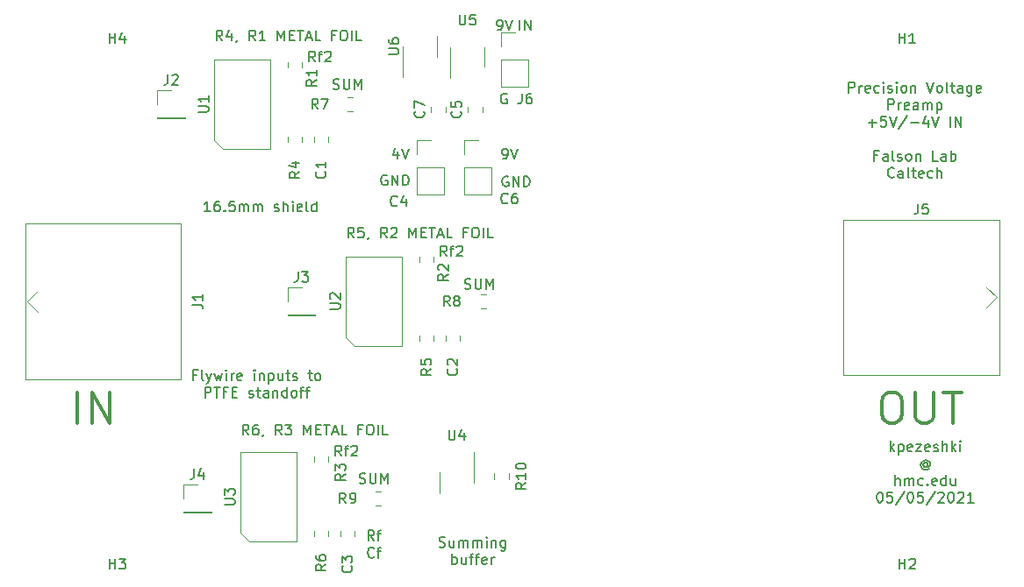
<source format=gbr>
G04 #@! TF.GenerationSoftware,KiCad,Pcbnew,(5.1.0-0)*
G04 #@! TF.CreationDate,2021-05-05T21:59:45-07:00*
G04 #@! TF.ProjectId,voltage_preamp,766f6c74-6167-4655-9f70-7265616d702e,rev?*
G04 #@! TF.SameCoordinates,Original*
G04 #@! TF.FileFunction,Legend,Top*
G04 #@! TF.FilePolarity,Positive*
%FSLAX46Y46*%
G04 Gerber Fmt 4.6, Leading zero omitted, Abs format (unit mm)*
G04 Created by KiCad (PCBNEW (5.1.0-0)) date 2021-05-05 21:59:45*
%MOMM*%
%LPD*%
G04 APERTURE LIST*
%ADD10C,0.150000*%
%ADD11C,0.300000*%
%ADD12C,0.120000*%
G04 APERTURE END LIST*
D10*
X154265714Y-167219761D02*
X154408571Y-167267380D01*
X154646666Y-167267380D01*
X154741904Y-167219761D01*
X154789523Y-167172142D01*
X154837142Y-167076904D01*
X154837142Y-166981666D01*
X154789523Y-166886428D01*
X154741904Y-166838809D01*
X154646666Y-166791190D01*
X154456190Y-166743571D01*
X154360952Y-166695952D01*
X154313333Y-166648333D01*
X154265714Y-166553095D01*
X154265714Y-166457857D01*
X154313333Y-166362619D01*
X154360952Y-166315000D01*
X154456190Y-166267380D01*
X154694285Y-166267380D01*
X154837142Y-166315000D01*
X155694285Y-166600714D02*
X155694285Y-167267380D01*
X155265714Y-166600714D02*
X155265714Y-167124523D01*
X155313333Y-167219761D01*
X155408571Y-167267380D01*
X155551428Y-167267380D01*
X155646666Y-167219761D01*
X155694285Y-167172142D01*
X156170476Y-167267380D02*
X156170476Y-166600714D01*
X156170476Y-166695952D02*
X156218095Y-166648333D01*
X156313333Y-166600714D01*
X156456190Y-166600714D01*
X156551428Y-166648333D01*
X156599047Y-166743571D01*
X156599047Y-167267380D01*
X156599047Y-166743571D02*
X156646666Y-166648333D01*
X156741904Y-166600714D01*
X156884761Y-166600714D01*
X156980000Y-166648333D01*
X157027619Y-166743571D01*
X157027619Y-167267380D01*
X157503809Y-167267380D02*
X157503809Y-166600714D01*
X157503809Y-166695952D02*
X157551428Y-166648333D01*
X157646666Y-166600714D01*
X157789523Y-166600714D01*
X157884761Y-166648333D01*
X157932380Y-166743571D01*
X157932380Y-167267380D01*
X157932380Y-166743571D02*
X157980000Y-166648333D01*
X158075238Y-166600714D01*
X158218095Y-166600714D01*
X158313333Y-166648333D01*
X158360952Y-166743571D01*
X158360952Y-167267380D01*
X158837142Y-167267380D02*
X158837142Y-166600714D01*
X158837142Y-166267380D02*
X158789523Y-166315000D01*
X158837142Y-166362619D01*
X158884761Y-166315000D01*
X158837142Y-166267380D01*
X158837142Y-166362619D01*
X159313333Y-166600714D02*
X159313333Y-167267380D01*
X159313333Y-166695952D02*
X159360952Y-166648333D01*
X159456190Y-166600714D01*
X159599047Y-166600714D01*
X159694285Y-166648333D01*
X159741904Y-166743571D01*
X159741904Y-167267380D01*
X160646666Y-166600714D02*
X160646666Y-167410238D01*
X160599047Y-167505476D01*
X160551428Y-167553095D01*
X160456190Y-167600714D01*
X160313333Y-167600714D01*
X160218095Y-167553095D01*
X160646666Y-167219761D02*
X160551428Y-167267380D01*
X160360952Y-167267380D01*
X160265714Y-167219761D01*
X160218095Y-167172142D01*
X160170476Y-167076904D01*
X160170476Y-166791190D01*
X160218095Y-166695952D01*
X160265714Y-166648333D01*
X160360952Y-166600714D01*
X160551428Y-166600714D01*
X160646666Y-166648333D01*
X155503809Y-168917380D02*
X155503809Y-167917380D01*
X155503809Y-168298333D02*
X155599047Y-168250714D01*
X155789523Y-168250714D01*
X155884761Y-168298333D01*
X155932380Y-168345952D01*
X155980000Y-168441190D01*
X155980000Y-168726904D01*
X155932380Y-168822142D01*
X155884761Y-168869761D01*
X155789523Y-168917380D01*
X155599047Y-168917380D01*
X155503809Y-168869761D01*
X156837142Y-168250714D02*
X156837142Y-168917380D01*
X156408571Y-168250714D02*
X156408571Y-168774523D01*
X156456190Y-168869761D01*
X156551428Y-168917380D01*
X156694285Y-168917380D01*
X156789523Y-168869761D01*
X156837142Y-168822142D01*
X157170476Y-168250714D02*
X157551428Y-168250714D01*
X157313333Y-168917380D02*
X157313333Y-168060238D01*
X157360952Y-167965000D01*
X157456190Y-167917380D01*
X157551428Y-167917380D01*
X157741904Y-168250714D02*
X158122857Y-168250714D01*
X157884761Y-168917380D02*
X157884761Y-168060238D01*
X157932380Y-167965000D01*
X158027619Y-167917380D01*
X158122857Y-167917380D01*
X158837142Y-168869761D02*
X158741904Y-168917380D01*
X158551428Y-168917380D01*
X158456190Y-168869761D01*
X158408571Y-168774523D01*
X158408571Y-168393571D01*
X158456190Y-168298333D01*
X158551428Y-168250714D01*
X158741904Y-168250714D01*
X158837142Y-168298333D01*
X158884761Y-168393571D01*
X158884761Y-168488809D01*
X158408571Y-168584047D01*
X159313333Y-168917380D02*
X159313333Y-168250714D01*
X159313333Y-168441190D02*
X159360952Y-168345952D01*
X159408571Y-168298333D01*
X159503809Y-168250714D01*
X159599047Y-168250714D01*
D11*
X197660000Y-152281142D02*
X198231428Y-152281142D01*
X198517142Y-152424000D01*
X198802857Y-152709714D01*
X198945714Y-153281142D01*
X198945714Y-154281142D01*
X198802857Y-154852571D01*
X198517142Y-155138285D01*
X198231428Y-155281142D01*
X197660000Y-155281142D01*
X197374285Y-155138285D01*
X197088571Y-154852571D01*
X196945714Y-154281142D01*
X196945714Y-153281142D01*
X197088571Y-152709714D01*
X197374285Y-152424000D01*
X197660000Y-152281142D01*
X200231428Y-152281142D02*
X200231428Y-154709714D01*
X200374285Y-154995428D01*
X200517142Y-155138285D01*
X200802857Y-155281142D01*
X201374285Y-155281142D01*
X201660000Y-155138285D01*
X201802857Y-154995428D01*
X201945714Y-154709714D01*
X201945714Y-152281142D01*
X202945714Y-152281142D02*
X204660000Y-152281142D01*
X203802857Y-155281142D02*
X203802857Y-152281142D01*
X119332571Y-155281142D02*
X119332571Y-152281142D01*
X120761142Y-155281142D02*
X120761142Y-152281142D01*
X122475428Y-155281142D01*
X122475428Y-152281142D01*
D10*
X142295619Y-120340380D02*
X141962285Y-119864190D01*
X141724190Y-120340380D02*
X141724190Y-119340380D01*
X142105142Y-119340380D01*
X142200380Y-119388000D01*
X142248000Y-119435619D01*
X142295619Y-119530857D01*
X142295619Y-119673714D01*
X142248000Y-119768952D01*
X142200380Y-119816571D01*
X142105142Y-119864190D01*
X141724190Y-119864190D01*
X142581333Y-119673714D02*
X142962285Y-119673714D01*
X142724190Y-120340380D02*
X142724190Y-119483238D01*
X142771809Y-119388000D01*
X142867047Y-119340380D01*
X142962285Y-119340380D01*
X143248000Y-119435619D02*
X143295619Y-119388000D01*
X143390857Y-119340380D01*
X143628952Y-119340380D01*
X143724190Y-119388000D01*
X143771809Y-119435619D01*
X143819428Y-119530857D01*
X143819428Y-119626095D01*
X143771809Y-119768952D01*
X143200380Y-120340380D01*
X143819428Y-120340380D01*
X154995619Y-139136380D02*
X154662285Y-138660190D01*
X154424190Y-139136380D02*
X154424190Y-138136380D01*
X154805142Y-138136380D01*
X154900380Y-138184000D01*
X154948000Y-138231619D01*
X154995619Y-138326857D01*
X154995619Y-138469714D01*
X154948000Y-138564952D01*
X154900380Y-138612571D01*
X154805142Y-138660190D01*
X154424190Y-138660190D01*
X155281333Y-138469714D02*
X155662285Y-138469714D01*
X155424190Y-139136380D02*
X155424190Y-138279238D01*
X155471809Y-138184000D01*
X155567047Y-138136380D01*
X155662285Y-138136380D01*
X155948000Y-138231619D02*
X155995619Y-138184000D01*
X156090857Y-138136380D01*
X156328952Y-138136380D01*
X156424190Y-138184000D01*
X156471809Y-138231619D01*
X156519428Y-138326857D01*
X156519428Y-138422095D01*
X156471809Y-138564952D01*
X155900380Y-139136380D01*
X156519428Y-139136380D01*
X144034047Y-122959761D02*
X144176904Y-123007380D01*
X144415000Y-123007380D01*
X144510238Y-122959761D01*
X144557857Y-122912142D01*
X144605476Y-122816904D01*
X144605476Y-122721666D01*
X144557857Y-122626428D01*
X144510238Y-122578809D01*
X144415000Y-122531190D01*
X144224523Y-122483571D01*
X144129285Y-122435952D01*
X144081666Y-122388333D01*
X144034047Y-122293095D01*
X144034047Y-122197857D01*
X144081666Y-122102619D01*
X144129285Y-122055000D01*
X144224523Y-122007380D01*
X144462619Y-122007380D01*
X144605476Y-122055000D01*
X145034047Y-122007380D02*
X145034047Y-122816904D01*
X145081666Y-122912142D01*
X145129285Y-122959761D01*
X145224523Y-123007380D01*
X145415000Y-123007380D01*
X145510238Y-122959761D01*
X145557857Y-122912142D01*
X145605476Y-122816904D01*
X145605476Y-122007380D01*
X146081666Y-123007380D02*
X146081666Y-122007380D01*
X146415000Y-122721666D01*
X146748333Y-122007380D01*
X146748333Y-123007380D01*
X156734047Y-142263761D02*
X156876904Y-142311380D01*
X157115000Y-142311380D01*
X157210238Y-142263761D01*
X157257857Y-142216142D01*
X157305476Y-142120904D01*
X157305476Y-142025666D01*
X157257857Y-141930428D01*
X157210238Y-141882809D01*
X157115000Y-141835190D01*
X156924523Y-141787571D01*
X156829285Y-141739952D01*
X156781666Y-141692333D01*
X156734047Y-141597095D01*
X156734047Y-141501857D01*
X156781666Y-141406619D01*
X156829285Y-141359000D01*
X156924523Y-141311380D01*
X157162619Y-141311380D01*
X157305476Y-141359000D01*
X157734047Y-141311380D02*
X157734047Y-142120904D01*
X157781666Y-142216142D01*
X157829285Y-142263761D01*
X157924523Y-142311380D01*
X158115000Y-142311380D01*
X158210238Y-142263761D01*
X158257857Y-142216142D01*
X158305476Y-142120904D01*
X158305476Y-141311380D01*
X158781666Y-142311380D02*
X158781666Y-141311380D01*
X159115000Y-142025666D01*
X159448333Y-141311380D01*
X159448333Y-142311380D01*
X135882857Y-156408380D02*
X135549523Y-155932190D01*
X135311428Y-156408380D02*
X135311428Y-155408380D01*
X135692380Y-155408380D01*
X135787619Y-155456000D01*
X135835238Y-155503619D01*
X135882857Y-155598857D01*
X135882857Y-155741714D01*
X135835238Y-155836952D01*
X135787619Y-155884571D01*
X135692380Y-155932190D01*
X135311428Y-155932190D01*
X136740000Y-155408380D02*
X136549523Y-155408380D01*
X136454285Y-155456000D01*
X136406666Y-155503619D01*
X136311428Y-155646476D01*
X136263809Y-155836952D01*
X136263809Y-156217904D01*
X136311428Y-156313142D01*
X136359047Y-156360761D01*
X136454285Y-156408380D01*
X136644761Y-156408380D01*
X136740000Y-156360761D01*
X136787619Y-156313142D01*
X136835238Y-156217904D01*
X136835238Y-155979809D01*
X136787619Y-155884571D01*
X136740000Y-155836952D01*
X136644761Y-155789333D01*
X136454285Y-155789333D01*
X136359047Y-155836952D01*
X136311428Y-155884571D01*
X136263809Y-155979809D01*
X137311428Y-156360761D02*
X137311428Y-156408380D01*
X137263809Y-156503619D01*
X137216190Y-156551238D01*
X139073333Y-156408380D02*
X138740000Y-155932190D01*
X138501904Y-156408380D02*
X138501904Y-155408380D01*
X138882857Y-155408380D01*
X138978095Y-155456000D01*
X139025714Y-155503619D01*
X139073333Y-155598857D01*
X139073333Y-155741714D01*
X139025714Y-155836952D01*
X138978095Y-155884571D01*
X138882857Y-155932190D01*
X138501904Y-155932190D01*
X139406666Y-155408380D02*
X140025714Y-155408380D01*
X139692380Y-155789333D01*
X139835238Y-155789333D01*
X139930476Y-155836952D01*
X139978095Y-155884571D01*
X140025714Y-155979809D01*
X140025714Y-156217904D01*
X139978095Y-156313142D01*
X139930476Y-156360761D01*
X139835238Y-156408380D01*
X139549523Y-156408380D01*
X139454285Y-156360761D01*
X139406666Y-156313142D01*
X141216190Y-156408380D02*
X141216190Y-155408380D01*
X141549523Y-156122666D01*
X141882857Y-155408380D01*
X141882857Y-156408380D01*
X142359047Y-155884571D02*
X142692380Y-155884571D01*
X142835238Y-156408380D02*
X142359047Y-156408380D01*
X142359047Y-155408380D01*
X142835238Y-155408380D01*
X143120952Y-155408380D02*
X143692380Y-155408380D01*
X143406666Y-156408380D02*
X143406666Y-155408380D01*
X143978095Y-156122666D02*
X144454285Y-156122666D01*
X143882857Y-156408380D02*
X144216190Y-155408380D01*
X144549523Y-156408380D01*
X145359047Y-156408380D02*
X144882857Y-156408380D01*
X144882857Y-155408380D01*
X146787619Y-155884571D02*
X146454285Y-155884571D01*
X146454285Y-156408380D02*
X146454285Y-155408380D01*
X146930476Y-155408380D01*
X147501904Y-155408380D02*
X147692380Y-155408380D01*
X147787619Y-155456000D01*
X147882857Y-155551238D01*
X147930476Y-155741714D01*
X147930476Y-156075047D01*
X147882857Y-156265523D01*
X147787619Y-156360761D01*
X147692380Y-156408380D01*
X147501904Y-156408380D01*
X147406666Y-156360761D01*
X147311428Y-156265523D01*
X147263809Y-156075047D01*
X147263809Y-155741714D01*
X147311428Y-155551238D01*
X147406666Y-155456000D01*
X147501904Y-155408380D01*
X148359047Y-156408380D02*
X148359047Y-155408380D01*
X149311428Y-156408380D02*
X148835238Y-156408380D01*
X148835238Y-155408380D01*
X146042857Y-137358380D02*
X145709523Y-136882190D01*
X145471428Y-137358380D02*
X145471428Y-136358380D01*
X145852380Y-136358380D01*
X145947619Y-136406000D01*
X145995238Y-136453619D01*
X146042857Y-136548857D01*
X146042857Y-136691714D01*
X145995238Y-136786952D01*
X145947619Y-136834571D01*
X145852380Y-136882190D01*
X145471428Y-136882190D01*
X146947619Y-136358380D02*
X146471428Y-136358380D01*
X146423809Y-136834571D01*
X146471428Y-136786952D01*
X146566666Y-136739333D01*
X146804761Y-136739333D01*
X146900000Y-136786952D01*
X146947619Y-136834571D01*
X146995238Y-136929809D01*
X146995238Y-137167904D01*
X146947619Y-137263142D01*
X146900000Y-137310761D01*
X146804761Y-137358380D01*
X146566666Y-137358380D01*
X146471428Y-137310761D01*
X146423809Y-137263142D01*
X147471428Y-137310761D02*
X147471428Y-137358380D01*
X147423809Y-137453619D01*
X147376190Y-137501238D01*
X149233333Y-137358380D02*
X148900000Y-136882190D01*
X148661904Y-137358380D02*
X148661904Y-136358380D01*
X149042857Y-136358380D01*
X149138095Y-136406000D01*
X149185714Y-136453619D01*
X149233333Y-136548857D01*
X149233333Y-136691714D01*
X149185714Y-136786952D01*
X149138095Y-136834571D01*
X149042857Y-136882190D01*
X148661904Y-136882190D01*
X149614285Y-136453619D02*
X149661904Y-136406000D01*
X149757142Y-136358380D01*
X149995238Y-136358380D01*
X150090476Y-136406000D01*
X150138095Y-136453619D01*
X150185714Y-136548857D01*
X150185714Y-136644095D01*
X150138095Y-136786952D01*
X149566666Y-137358380D01*
X150185714Y-137358380D01*
X151376190Y-137358380D02*
X151376190Y-136358380D01*
X151709523Y-137072666D01*
X152042857Y-136358380D01*
X152042857Y-137358380D01*
X152519047Y-136834571D02*
X152852380Y-136834571D01*
X152995238Y-137358380D02*
X152519047Y-137358380D01*
X152519047Y-136358380D01*
X152995238Y-136358380D01*
X153280952Y-136358380D02*
X153852380Y-136358380D01*
X153566666Y-137358380D02*
X153566666Y-136358380D01*
X154138095Y-137072666D02*
X154614285Y-137072666D01*
X154042857Y-137358380D02*
X154376190Y-136358380D01*
X154709523Y-137358380D01*
X155519047Y-137358380D02*
X155042857Y-137358380D01*
X155042857Y-136358380D01*
X156947619Y-136834571D02*
X156614285Y-136834571D01*
X156614285Y-137358380D02*
X156614285Y-136358380D01*
X157090476Y-136358380D01*
X157661904Y-136358380D02*
X157852380Y-136358380D01*
X157947619Y-136406000D01*
X158042857Y-136501238D01*
X158090476Y-136691714D01*
X158090476Y-137025047D01*
X158042857Y-137215523D01*
X157947619Y-137310761D01*
X157852380Y-137358380D01*
X157661904Y-137358380D01*
X157566666Y-137310761D01*
X157471428Y-137215523D01*
X157423809Y-137025047D01*
X157423809Y-136691714D01*
X157471428Y-136501238D01*
X157566666Y-136406000D01*
X157661904Y-136358380D01*
X158519047Y-137358380D02*
X158519047Y-136358380D01*
X159471428Y-137358380D02*
X158995238Y-137358380D01*
X158995238Y-136358380D01*
X197787047Y-157997380D02*
X197787047Y-156997380D01*
X197882285Y-157616428D02*
X198168000Y-157997380D01*
X198168000Y-157330714D02*
X197787047Y-157711666D01*
X198596571Y-157330714D02*
X198596571Y-158330714D01*
X198596571Y-157378333D02*
X198691809Y-157330714D01*
X198882285Y-157330714D01*
X198977523Y-157378333D01*
X199025142Y-157425952D01*
X199072761Y-157521190D01*
X199072761Y-157806904D01*
X199025142Y-157902142D01*
X198977523Y-157949761D01*
X198882285Y-157997380D01*
X198691809Y-157997380D01*
X198596571Y-157949761D01*
X199882285Y-157949761D02*
X199787047Y-157997380D01*
X199596571Y-157997380D01*
X199501333Y-157949761D01*
X199453714Y-157854523D01*
X199453714Y-157473571D01*
X199501333Y-157378333D01*
X199596571Y-157330714D01*
X199787047Y-157330714D01*
X199882285Y-157378333D01*
X199929904Y-157473571D01*
X199929904Y-157568809D01*
X199453714Y-157664047D01*
X200263238Y-157330714D02*
X200787047Y-157330714D01*
X200263238Y-157997380D01*
X200787047Y-157997380D01*
X201548952Y-157949761D02*
X201453714Y-157997380D01*
X201263238Y-157997380D01*
X201168000Y-157949761D01*
X201120380Y-157854523D01*
X201120380Y-157473571D01*
X201168000Y-157378333D01*
X201263238Y-157330714D01*
X201453714Y-157330714D01*
X201548952Y-157378333D01*
X201596571Y-157473571D01*
X201596571Y-157568809D01*
X201120380Y-157664047D01*
X201977523Y-157949761D02*
X202072761Y-157997380D01*
X202263238Y-157997380D01*
X202358476Y-157949761D01*
X202406095Y-157854523D01*
X202406095Y-157806904D01*
X202358476Y-157711666D01*
X202263238Y-157664047D01*
X202120380Y-157664047D01*
X202025142Y-157616428D01*
X201977523Y-157521190D01*
X201977523Y-157473571D01*
X202025142Y-157378333D01*
X202120380Y-157330714D01*
X202263238Y-157330714D01*
X202358476Y-157378333D01*
X202834666Y-157997380D02*
X202834666Y-156997380D01*
X203263238Y-157997380D02*
X203263238Y-157473571D01*
X203215619Y-157378333D01*
X203120380Y-157330714D01*
X202977523Y-157330714D01*
X202882285Y-157378333D01*
X202834666Y-157425952D01*
X203739428Y-157997380D02*
X203739428Y-156997380D01*
X203834666Y-157616428D02*
X204120380Y-157997380D01*
X204120380Y-157330714D02*
X203739428Y-157711666D01*
X204548952Y-157997380D02*
X204548952Y-157330714D01*
X204548952Y-156997380D02*
X204501333Y-157045000D01*
X204548952Y-157092619D01*
X204596571Y-157045000D01*
X204548952Y-156997380D01*
X204548952Y-157092619D01*
X201382285Y-159171190D02*
X201334666Y-159123571D01*
X201239428Y-159075952D01*
X201144190Y-159075952D01*
X201048952Y-159123571D01*
X201001333Y-159171190D01*
X200953714Y-159266428D01*
X200953714Y-159361666D01*
X201001333Y-159456904D01*
X201048952Y-159504523D01*
X201144190Y-159552142D01*
X201239428Y-159552142D01*
X201334666Y-159504523D01*
X201382285Y-159456904D01*
X201382285Y-159075952D02*
X201382285Y-159456904D01*
X201429904Y-159504523D01*
X201477523Y-159504523D01*
X201572761Y-159456904D01*
X201620380Y-159361666D01*
X201620380Y-159123571D01*
X201525142Y-158980714D01*
X201382285Y-158885476D01*
X201191809Y-158837857D01*
X201001333Y-158885476D01*
X200858476Y-158980714D01*
X200763238Y-159123571D01*
X200715619Y-159314047D01*
X200763238Y-159504523D01*
X200858476Y-159647380D01*
X201001333Y-159742619D01*
X201191809Y-159790238D01*
X201382285Y-159742619D01*
X201525142Y-159647380D01*
X198287047Y-161297380D02*
X198287047Y-160297380D01*
X198715619Y-161297380D02*
X198715619Y-160773571D01*
X198668000Y-160678333D01*
X198572761Y-160630714D01*
X198429904Y-160630714D01*
X198334666Y-160678333D01*
X198287047Y-160725952D01*
X199191809Y-161297380D02*
X199191809Y-160630714D01*
X199191809Y-160725952D02*
X199239428Y-160678333D01*
X199334666Y-160630714D01*
X199477523Y-160630714D01*
X199572761Y-160678333D01*
X199620380Y-160773571D01*
X199620380Y-161297380D01*
X199620380Y-160773571D02*
X199668000Y-160678333D01*
X199763238Y-160630714D01*
X199906095Y-160630714D01*
X200001333Y-160678333D01*
X200048952Y-160773571D01*
X200048952Y-161297380D01*
X200953714Y-161249761D02*
X200858476Y-161297380D01*
X200668000Y-161297380D01*
X200572761Y-161249761D01*
X200525142Y-161202142D01*
X200477523Y-161106904D01*
X200477523Y-160821190D01*
X200525142Y-160725952D01*
X200572761Y-160678333D01*
X200668000Y-160630714D01*
X200858476Y-160630714D01*
X200953714Y-160678333D01*
X201382285Y-161202142D02*
X201429904Y-161249761D01*
X201382285Y-161297380D01*
X201334666Y-161249761D01*
X201382285Y-161202142D01*
X201382285Y-161297380D01*
X202239428Y-161249761D02*
X202144190Y-161297380D01*
X201953714Y-161297380D01*
X201858476Y-161249761D01*
X201810857Y-161154523D01*
X201810857Y-160773571D01*
X201858476Y-160678333D01*
X201953714Y-160630714D01*
X202144190Y-160630714D01*
X202239428Y-160678333D01*
X202287047Y-160773571D01*
X202287047Y-160868809D01*
X201810857Y-160964047D01*
X203144190Y-161297380D02*
X203144190Y-160297380D01*
X203144190Y-161249761D02*
X203048952Y-161297380D01*
X202858476Y-161297380D01*
X202763238Y-161249761D01*
X202715619Y-161202142D01*
X202668000Y-161106904D01*
X202668000Y-160821190D01*
X202715619Y-160725952D01*
X202763238Y-160678333D01*
X202858476Y-160630714D01*
X203048952Y-160630714D01*
X203144190Y-160678333D01*
X204048952Y-160630714D02*
X204048952Y-161297380D01*
X203620380Y-160630714D02*
X203620380Y-161154523D01*
X203668000Y-161249761D01*
X203763238Y-161297380D01*
X203906095Y-161297380D01*
X204001333Y-161249761D01*
X204048952Y-161202142D01*
X196739428Y-161947380D02*
X196834666Y-161947380D01*
X196929904Y-161995000D01*
X196977523Y-162042619D01*
X197025142Y-162137857D01*
X197072761Y-162328333D01*
X197072761Y-162566428D01*
X197025142Y-162756904D01*
X196977523Y-162852142D01*
X196929904Y-162899761D01*
X196834666Y-162947380D01*
X196739428Y-162947380D01*
X196644190Y-162899761D01*
X196596571Y-162852142D01*
X196548952Y-162756904D01*
X196501333Y-162566428D01*
X196501333Y-162328333D01*
X196548952Y-162137857D01*
X196596571Y-162042619D01*
X196644190Y-161995000D01*
X196739428Y-161947380D01*
X197977523Y-161947380D02*
X197501333Y-161947380D01*
X197453714Y-162423571D01*
X197501333Y-162375952D01*
X197596571Y-162328333D01*
X197834666Y-162328333D01*
X197929904Y-162375952D01*
X197977523Y-162423571D01*
X198025142Y-162518809D01*
X198025142Y-162756904D01*
X197977523Y-162852142D01*
X197929904Y-162899761D01*
X197834666Y-162947380D01*
X197596571Y-162947380D01*
X197501333Y-162899761D01*
X197453714Y-162852142D01*
X199168000Y-161899761D02*
X198310857Y-163185476D01*
X199691809Y-161947380D02*
X199787047Y-161947380D01*
X199882285Y-161995000D01*
X199929904Y-162042619D01*
X199977523Y-162137857D01*
X200025142Y-162328333D01*
X200025142Y-162566428D01*
X199977523Y-162756904D01*
X199929904Y-162852142D01*
X199882285Y-162899761D01*
X199787047Y-162947380D01*
X199691809Y-162947380D01*
X199596571Y-162899761D01*
X199548952Y-162852142D01*
X199501333Y-162756904D01*
X199453714Y-162566428D01*
X199453714Y-162328333D01*
X199501333Y-162137857D01*
X199548952Y-162042619D01*
X199596571Y-161995000D01*
X199691809Y-161947380D01*
X200929904Y-161947380D02*
X200453714Y-161947380D01*
X200406095Y-162423571D01*
X200453714Y-162375952D01*
X200548952Y-162328333D01*
X200787047Y-162328333D01*
X200882285Y-162375952D01*
X200929904Y-162423571D01*
X200977523Y-162518809D01*
X200977523Y-162756904D01*
X200929904Y-162852142D01*
X200882285Y-162899761D01*
X200787047Y-162947380D01*
X200548952Y-162947380D01*
X200453714Y-162899761D01*
X200406095Y-162852142D01*
X202120380Y-161899761D02*
X201263238Y-163185476D01*
X202406095Y-162042619D02*
X202453714Y-161995000D01*
X202548952Y-161947380D01*
X202787047Y-161947380D01*
X202882285Y-161995000D01*
X202929904Y-162042619D01*
X202977523Y-162137857D01*
X202977523Y-162233095D01*
X202929904Y-162375952D01*
X202358476Y-162947380D01*
X202977523Y-162947380D01*
X203596571Y-161947380D02*
X203691809Y-161947380D01*
X203787047Y-161995000D01*
X203834666Y-162042619D01*
X203882285Y-162137857D01*
X203929904Y-162328333D01*
X203929904Y-162566428D01*
X203882285Y-162756904D01*
X203834666Y-162852142D01*
X203787047Y-162899761D01*
X203691809Y-162947380D01*
X203596571Y-162947380D01*
X203501333Y-162899761D01*
X203453714Y-162852142D01*
X203406095Y-162756904D01*
X203358476Y-162566428D01*
X203358476Y-162328333D01*
X203406095Y-162137857D01*
X203453714Y-162042619D01*
X203501333Y-161995000D01*
X203596571Y-161947380D01*
X204310857Y-162042619D02*
X204358476Y-161995000D01*
X204453714Y-161947380D01*
X204691809Y-161947380D01*
X204787047Y-161995000D01*
X204834666Y-162042619D01*
X204882285Y-162137857D01*
X204882285Y-162233095D01*
X204834666Y-162375952D01*
X204263238Y-162947380D01*
X204882285Y-162947380D01*
X205834666Y-162947380D02*
X205263238Y-162947380D01*
X205548952Y-162947380D02*
X205548952Y-161947380D01*
X205453714Y-162090238D01*
X205358476Y-162185476D01*
X205263238Y-162233095D01*
X193794857Y-123327380D02*
X193794857Y-122327380D01*
X194175809Y-122327380D01*
X194271047Y-122375000D01*
X194318666Y-122422619D01*
X194366285Y-122517857D01*
X194366285Y-122660714D01*
X194318666Y-122755952D01*
X194271047Y-122803571D01*
X194175809Y-122851190D01*
X193794857Y-122851190D01*
X194794857Y-123327380D02*
X194794857Y-122660714D01*
X194794857Y-122851190D02*
X194842476Y-122755952D01*
X194890095Y-122708333D01*
X194985333Y-122660714D01*
X195080571Y-122660714D01*
X195794857Y-123279761D02*
X195699619Y-123327380D01*
X195509142Y-123327380D01*
X195413904Y-123279761D01*
X195366285Y-123184523D01*
X195366285Y-122803571D01*
X195413904Y-122708333D01*
X195509142Y-122660714D01*
X195699619Y-122660714D01*
X195794857Y-122708333D01*
X195842476Y-122803571D01*
X195842476Y-122898809D01*
X195366285Y-122994047D01*
X196699619Y-123279761D02*
X196604380Y-123327380D01*
X196413904Y-123327380D01*
X196318666Y-123279761D01*
X196271047Y-123232142D01*
X196223428Y-123136904D01*
X196223428Y-122851190D01*
X196271047Y-122755952D01*
X196318666Y-122708333D01*
X196413904Y-122660714D01*
X196604380Y-122660714D01*
X196699619Y-122708333D01*
X197128190Y-123327380D02*
X197128190Y-122660714D01*
X197128190Y-122327380D02*
X197080571Y-122375000D01*
X197128190Y-122422619D01*
X197175809Y-122375000D01*
X197128190Y-122327380D01*
X197128190Y-122422619D01*
X197556761Y-123279761D02*
X197652000Y-123327380D01*
X197842476Y-123327380D01*
X197937714Y-123279761D01*
X197985333Y-123184523D01*
X197985333Y-123136904D01*
X197937714Y-123041666D01*
X197842476Y-122994047D01*
X197699619Y-122994047D01*
X197604380Y-122946428D01*
X197556761Y-122851190D01*
X197556761Y-122803571D01*
X197604380Y-122708333D01*
X197699619Y-122660714D01*
X197842476Y-122660714D01*
X197937714Y-122708333D01*
X198413904Y-123327380D02*
X198413904Y-122660714D01*
X198413904Y-122327380D02*
X198366285Y-122375000D01*
X198413904Y-122422619D01*
X198461523Y-122375000D01*
X198413904Y-122327380D01*
X198413904Y-122422619D01*
X199032952Y-123327380D02*
X198937714Y-123279761D01*
X198890095Y-123232142D01*
X198842476Y-123136904D01*
X198842476Y-122851190D01*
X198890095Y-122755952D01*
X198937714Y-122708333D01*
X199032952Y-122660714D01*
X199175809Y-122660714D01*
X199271047Y-122708333D01*
X199318666Y-122755952D01*
X199366285Y-122851190D01*
X199366285Y-123136904D01*
X199318666Y-123232142D01*
X199271047Y-123279761D01*
X199175809Y-123327380D01*
X199032952Y-123327380D01*
X199794857Y-122660714D02*
X199794857Y-123327380D01*
X199794857Y-122755952D02*
X199842476Y-122708333D01*
X199937714Y-122660714D01*
X200080571Y-122660714D01*
X200175809Y-122708333D01*
X200223428Y-122803571D01*
X200223428Y-123327380D01*
X201318666Y-122327380D02*
X201652000Y-123327380D01*
X201985333Y-122327380D01*
X202461523Y-123327380D02*
X202366285Y-123279761D01*
X202318666Y-123232142D01*
X202271047Y-123136904D01*
X202271047Y-122851190D01*
X202318666Y-122755952D01*
X202366285Y-122708333D01*
X202461523Y-122660714D01*
X202604380Y-122660714D01*
X202699619Y-122708333D01*
X202747238Y-122755952D01*
X202794857Y-122851190D01*
X202794857Y-123136904D01*
X202747238Y-123232142D01*
X202699619Y-123279761D01*
X202604380Y-123327380D01*
X202461523Y-123327380D01*
X203366285Y-123327380D02*
X203271047Y-123279761D01*
X203223428Y-123184523D01*
X203223428Y-122327380D01*
X203604380Y-122660714D02*
X203985333Y-122660714D01*
X203747238Y-122327380D02*
X203747238Y-123184523D01*
X203794857Y-123279761D01*
X203890095Y-123327380D01*
X203985333Y-123327380D01*
X204747238Y-123327380D02*
X204747238Y-122803571D01*
X204699619Y-122708333D01*
X204604380Y-122660714D01*
X204413904Y-122660714D01*
X204318666Y-122708333D01*
X204747238Y-123279761D02*
X204652000Y-123327380D01*
X204413904Y-123327380D01*
X204318666Y-123279761D01*
X204271047Y-123184523D01*
X204271047Y-123089285D01*
X204318666Y-122994047D01*
X204413904Y-122946428D01*
X204652000Y-122946428D01*
X204747238Y-122898809D01*
X205652000Y-122660714D02*
X205652000Y-123470238D01*
X205604380Y-123565476D01*
X205556761Y-123613095D01*
X205461523Y-123660714D01*
X205318666Y-123660714D01*
X205223428Y-123613095D01*
X205652000Y-123279761D02*
X205556761Y-123327380D01*
X205366285Y-123327380D01*
X205271047Y-123279761D01*
X205223428Y-123232142D01*
X205175809Y-123136904D01*
X205175809Y-122851190D01*
X205223428Y-122755952D01*
X205271047Y-122708333D01*
X205366285Y-122660714D01*
X205556761Y-122660714D01*
X205652000Y-122708333D01*
X206509142Y-123279761D02*
X206413904Y-123327380D01*
X206223428Y-123327380D01*
X206128190Y-123279761D01*
X206080571Y-123184523D01*
X206080571Y-122803571D01*
X206128190Y-122708333D01*
X206223428Y-122660714D01*
X206413904Y-122660714D01*
X206509142Y-122708333D01*
X206556761Y-122803571D01*
X206556761Y-122898809D01*
X206080571Y-122994047D01*
X197580571Y-124977380D02*
X197580571Y-123977380D01*
X197961523Y-123977380D01*
X198056761Y-124025000D01*
X198104380Y-124072619D01*
X198152000Y-124167857D01*
X198152000Y-124310714D01*
X198104380Y-124405952D01*
X198056761Y-124453571D01*
X197961523Y-124501190D01*
X197580571Y-124501190D01*
X198580571Y-124977380D02*
X198580571Y-124310714D01*
X198580571Y-124501190D02*
X198628190Y-124405952D01*
X198675809Y-124358333D01*
X198771047Y-124310714D01*
X198866285Y-124310714D01*
X199580571Y-124929761D02*
X199485333Y-124977380D01*
X199294857Y-124977380D01*
X199199619Y-124929761D01*
X199152000Y-124834523D01*
X199152000Y-124453571D01*
X199199619Y-124358333D01*
X199294857Y-124310714D01*
X199485333Y-124310714D01*
X199580571Y-124358333D01*
X199628190Y-124453571D01*
X199628190Y-124548809D01*
X199152000Y-124644047D01*
X200485333Y-124977380D02*
X200485333Y-124453571D01*
X200437714Y-124358333D01*
X200342476Y-124310714D01*
X200152000Y-124310714D01*
X200056761Y-124358333D01*
X200485333Y-124929761D02*
X200390095Y-124977380D01*
X200152000Y-124977380D01*
X200056761Y-124929761D01*
X200009142Y-124834523D01*
X200009142Y-124739285D01*
X200056761Y-124644047D01*
X200152000Y-124596428D01*
X200390095Y-124596428D01*
X200485333Y-124548809D01*
X200961523Y-124977380D02*
X200961523Y-124310714D01*
X200961523Y-124405952D02*
X201009142Y-124358333D01*
X201104380Y-124310714D01*
X201247238Y-124310714D01*
X201342476Y-124358333D01*
X201390095Y-124453571D01*
X201390095Y-124977380D01*
X201390095Y-124453571D02*
X201437714Y-124358333D01*
X201532952Y-124310714D01*
X201675809Y-124310714D01*
X201771047Y-124358333D01*
X201818666Y-124453571D01*
X201818666Y-124977380D01*
X202294857Y-124310714D02*
X202294857Y-125310714D01*
X202294857Y-124358333D02*
X202390095Y-124310714D01*
X202580571Y-124310714D01*
X202675809Y-124358333D01*
X202723428Y-124405952D01*
X202771047Y-124501190D01*
X202771047Y-124786904D01*
X202723428Y-124882142D01*
X202675809Y-124929761D01*
X202580571Y-124977380D01*
X202390095Y-124977380D01*
X202294857Y-124929761D01*
X195675809Y-126246428D02*
X196437714Y-126246428D01*
X196056761Y-126627380D02*
X196056761Y-125865476D01*
X197390095Y-125627380D02*
X196913904Y-125627380D01*
X196866285Y-126103571D01*
X196913904Y-126055952D01*
X197009142Y-126008333D01*
X197247238Y-126008333D01*
X197342476Y-126055952D01*
X197390095Y-126103571D01*
X197437714Y-126198809D01*
X197437714Y-126436904D01*
X197390095Y-126532142D01*
X197342476Y-126579761D01*
X197247238Y-126627380D01*
X197009142Y-126627380D01*
X196913904Y-126579761D01*
X196866285Y-126532142D01*
X197723428Y-125627380D02*
X198056761Y-126627380D01*
X198390095Y-125627380D01*
X199437714Y-125579761D02*
X198580571Y-126865476D01*
X199771047Y-126246428D02*
X200532952Y-126246428D01*
X201437714Y-125960714D02*
X201437714Y-126627380D01*
X201199619Y-125579761D02*
X200961523Y-126294047D01*
X201580571Y-126294047D01*
X201818666Y-125627380D02*
X202152000Y-126627380D01*
X202485333Y-125627380D01*
X203580571Y-126627380D02*
X203580571Y-125627380D01*
X204056761Y-126627380D02*
X204056761Y-125627380D01*
X204628190Y-126627380D01*
X204628190Y-125627380D01*
X196580571Y-129403571D02*
X196247238Y-129403571D01*
X196247238Y-129927380D02*
X196247238Y-128927380D01*
X196723428Y-128927380D01*
X197532952Y-129927380D02*
X197532952Y-129403571D01*
X197485333Y-129308333D01*
X197390095Y-129260714D01*
X197199619Y-129260714D01*
X197104380Y-129308333D01*
X197532952Y-129879761D02*
X197437714Y-129927380D01*
X197199619Y-129927380D01*
X197104380Y-129879761D01*
X197056761Y-129784523D01*
X197056761Y-129689285D01*
X197104380Y-129594047D01*
X197199619Y-129546428D01*
X197437714Y-129546428D01*
X197532952Y-129498809D01*
X198152000Y-129927380D02*
X198056761Y-129879761D01*
X198009142Y-129784523D01*
X198009142Y-128927380D01*
X198485333Y-129879761D02*
X198580571Y-129927380D01*
X198771047Y-129927380D01*
X198866285Y-129879761D01*
X198913904Y-129784523D01*
X198913904Y-129736904D01*
X198866285Y-129641666D01*
X198771047Y-129594047D01*
X198628190Y-129594047D01*
X198532952Y-129546428D01*
X198485333Y-129451190D01*
X198485333Y-129403571D01*
X198532952Y-129308333D01*
X198628190Y-129260714D01*
X198771047Y-129260714D01*
X198866285Y-129308333D01*
X199485333Y-129927380D02*
X199390095Y-129879761D01*
X199342476Y-129832142D01*
X199294857Y-129736904D01*
X199294857Y-129451190D01*
X199342476Y-129355952D01*
X199390095Y-129308333D01*
X199485333Y-129260714D01*
X199628190Y-129260714D01*
X199723428Y-129308333D01*
X199771047Y-129355952D01*
X199818666Y-129451190D01*
X199818666Y-129736904D01*
X199771047Y-129832142D01*
X199723428Y-129879761D01*
X199628190Y-129927380D01*
X199485333Y-129927380D01*
X200247238Y-129260714D02*
X200247238Y-129927380D01*
X200247238Y-129355952D02*
X200294857Y-129308333D01*
X200390095Y-129260714D01*
X200532952Y-129260714D01*
X200628190Y-129308333D01*
X200675809Y-129403571D01*
X200675809Y-129927380D01*
X202390095Y-129927380D02*
X201913904Y-129927380D01*
X201913904Y-128927380D01*
X203152000Y-129927380D02*
X203152000Y-129403571D01*
X203104380Y-129308333D01*
X203009142Y-129260714D01*
X202818666Y-129260714D01*
X202723428Y-129308333D01*
X203152000Y-129879761D02*
X203056761Y-129927380D01*
X202818666Y-129927380D01*
X202723428Y-129879761D01*
X202675809Y-129784523D01*
X202675809Y-129689285D01*
X202723428Y-129594047D01*
X202818666Y-129546428D01*
X203056761Y-129546428D01*
X203152000Y-129498809D01*
X203628190Y-129927380D02*
X203628190Y-128927380D01*
X203628190Y-129308333D02*
X203723428Y-129260714D01*
X203913904Y-129260714D01*
X204009142Y-129308333D01*
X204056761Y-129355952D01*
X204104380Y-129451190D01*
X204104380Y-129736904D01*
X204056761Y-129832142D01*
X204009142Y-129879761D01*
X203913904Y-129927380D01*
X203723428Y-129927380D01*
X203628190Y-129879761D01*
X198152000Y-131482142D02*
X198104380Y-131529761D01*
X197961523Y-131577380D01*
X197866285Y-131577380D01*
X197723428Y-131529761D01*
X197628190Y-131434523D01*
X197580571Y-131339285D01*
X197532952Y-131148809D01*
X197532952Y-131005952D01*
X197580571Y-130815476D01*
X197628190Y-130720238D01*
X197723428Y-130625000D01*
X197866285Y-130577380D01*
X197961523Y-130577380D01*
X198104380Y-130625000D01*
X198152000Y-130672619D01*
X199009142Y-131577380D02*
X199009142Y-131053571D01*
X198961523Y-130958333D01*
X198866285Y-130910714D01*
X198675809Y-130910714D01*
X198580571Y-130958333D01*
X199009142Y-131529761D02*
X198913904Y-131577380D01*
X198675809Y-131577380D01*
X198580571Y-131529761D01*
X198532952Y-131434523D01*
X198532952Y-131339285D01*
X198580571Y-131244047D01*
X198675809Y-131196428D01*
X198913904Y-131196428D01*
X199009142Y-131148809D01*
X199628190Y-131577380D02*
X199532952Y-131529761D01*
X199485333Y-131434523D01*
X199485333Y-130577380D01*
X199866285Y-130910714D02*
X200247238Y-130910714D01*
X200009142Y-130577380D02*
X200009142Y-131434523D01*
X200056761Y-131529761D01*
X200152000Y-131577380D01*
X200247238Y-131577380D01*
X200961523Y-131529761D02*
X200866285Y-131577380D01*
X200675809Y-131577380D01*
X200580571Y-131529761D01*
X200532952Y-131434523D01*
X200532952Y-131053571D01*
X200580571Y-130958333D01*
X200675809Y-130910714D01*
X200866285Y-130910714D01*
X200961523Y-130958333D01*
X201009142Y-131053571D01*
X201009142Y-131148809D01*
X200532952Y-131244047D01*
X201866285Y-131529761D02*
X201771047Y-131577380D01*
X201580571Y-131577380D01*
X201485333Y-131529761D01*
X201437714Y-131482142D01*
X201390095Y-131386904D01*
X201390095Y-131101190D01*
X201437714Y-131005952D01*
X201485333Y-130958333D01*
X201580571Y-130910714D01*
X201771047Y-130910714D01*
X201866285Y-130958333D01*
X202294857Y-131577380D02*
X202294857Y-130577380D01*
X202723428Y-131577380D02*
X202723428Y-131053571D01*
X202675809Y-130958333D01*
X202580571Y-130910714D01*
X202437714Y-130910714D01*
X202342476Y-130958333D01*
X202294857Y-131005952D01*
X162036190Y-117292380D02*
X162036190Y-116292380D01*
X162512380Y-117292380D02*
X162512380Y-116292380D01*
X163083809Y-117292380D01*
X163083809Y-116292380D01*
X160789904Y-123452000D02*
X160694666Y-123404380D01*
X160551809Y-123404380D01*
X160408952Y-123452000D01*
X160313714Y-123547238D01*
X160266095Y-123642476D01*
X160218476Y-123832952D01*
X160218476Y-123975809D01*
X160266095Y-124166285D01*
X160313714Y-124261523D01*
X160408952Y-124356761D01*
X160551809Y-124404380D01*
X160647047Y-124404380D01*
X160789904Y-124356761D01*
X160837523Y-124309142D01*
X160837523Y-123975809D01*
X160647047Y-123975809D01*
X159908952Y-117292380D02*
X160099428Y-117292380D01*
X160194666Y-117244761D01*
X160242285Y-117197142D01*
X160337523Y-117054285D01*
X160385142Y-116863809D01*
X160385142Y-116482857D01*
X160337523Y-116387619D01*
X160289904Y-116340000D01*
X160194666Y-116292380D01*
X160004190Y-116292380D01*
X159908952Y-116340000D01*
X159861333Y-116387619D01*
X159813714Y-116482857D01*
X159813714Y-116720952D01*
X159861333Y-116816190D01*
X159908952Y-116863809D01*
X160004190Y-116911428D01*
X160194666Y-116911428D01*
X160289904Y-116863809D01*
X160337523Y-116816190D01*
X160385142Y-116720952D01*
X160670857Y-116292380D02*
X161004190Y-117292380D01*
X161337523Y-116292380D01*
X149225095Y-131326000D02*
X149129857Y-131278380D01*
X148987000Y-131278380D01*
X148844142Y-131326000D01*
X148748904Y-131421238D01*
X148701285Y-131516476D01*
X148653666Y-131706952D01*
X148653666Y-131849809D01*
X148701285Y-132040285D01*
X148748904Y-132135523D01*
X148844142Y-132230761D01*
X148987000Y-132278380D01*
X149082238Y-132278380D01*
X149225095Y-132230761D01*
X149272714Y-132183142D01*
X149272714Y-131849809D01*
X149082238Y-131849809D01*
X149701285Y-132278380D02*
X149701285Y-131278380D01*
X150272714Y-132278380D01*
X150272714Y-131278380D01*
X150748904Y-132278380D02*
X150748904Y-131278380D01*
X150987000Y-131278380D01*
X151129857Y-131326000D01*
X151225095Y-131421238D01*
X151272714Y-131516476D01*
X151320333Y-131706952D01*
X151320333Y-131849809D01*
X151272714Y-132040285D01*
X151225095Y-132135523D01*
X151129857Y-132230761D01*
X150987000Y-132278380D01*
X150748904Y-132278380D01*
X150256904Y-129071714D02*
X150256904Y-129738380D01*
X150018809Y-128690761D02*
X149780714Y-129405047D01*
X150399761Y-129405047D01*
X150637857Y-128738380D02*
X150971190Y-129738380D01*
X151304523Y-128738380D01*
X160909095Y-131453000D02*
X160813857Y-131405380D01*
X160671000Y-131405380D01*
X160528142Y-131453000D01*
X160432904Y-131548238D01*
X160385285Y-131643476D01*
X160337666Y-131833952D01*
X160337666Y-131976809D01*
X160385285Y-132167285D01*
X160432904Y-132262523D01*
X160528142Y-132357761D01*
X160671000Y-132405380D01*
X160766238Y-132405380D01*
X160909095Y-132357761D01*
X160956714Y-132310142D01*
X160956714Y-131976809D01*
X160766238Y-131976809D01*
X161385285Y-132405380D02*
X161385285Y-131405380D01*
X161956714Y-132405380D01*
X161956714Y-131405380D01*
X162432904Y-132405380D02*
X162432904Y-131405380D01*
X162671000Y-131405380D01*
X162813857Y-131453000D01*
X162909095Y-131548238D01*
X162956714Y-131643476D01*
X163004333Y-131833952D01*
X163004333Y-131976809D01*
X162956714Y-132167285D01*
X162909095Y-132262523D01*
X162813857Y-132357761D01*
X162671000Y-132405380D01*
X162432904Y-132405380D01*
X160416952Y-129738380D02*
X160607428Y-129738380D01*
X160702666Y-129690761D01*
X160750285Y-129643142D01*
X160845523Y-129500285D01*
X160893142Y-129309809D01*
X160893142Y-128928857D01*
X160845523Y-128833619D01*
X160797904Y-128786000D01*
X160702666Y-128738380D01*
X160512190Y-128738380D01*
X160416952Y-128786000D01*
X160369333Y-128833619D01*
X160321714Y-128928857D01*
X160321714Y-129166952D01*
X160369333Y-129262190D01*
X160416952Y-129309809D01*
X160512190Y-129357428D01*
X160702666Y-129357428D01*
X160797904Y-129309809D01*
X160845523Y-129262190D01*
X160893142Y-129166952D01*
X161178857Y-128738380D02*
X161512190Y-129738380D01*
X161845523Y-128738380D01*
X130866285Y-150614571D02*
X130532952Y-150614571D01*
X130532952Y-151138380D02*
X130532952Y-150138380D01*
X131009142Y-150138380D01*
X131532952Y-151138380D02*
X131437714Y-151090761D01*
X131390095Y-150995523D01*
X131390095Y-150138380D01*
X131818666Y-150471714D02*
X132056761Y-151138380D01*
X132294857Y-150471714D02*
X132056761Y-151138380D01*
X131961523Y-151376476D01*
X131913904Y-151424095D01*
X131818666Y-151471714D01*
X132580571Y-150471714D02*
X132771047Y-151138380D01*
X132961523Y-150662190D01*
X133152000Y-151138380D01*
X133342476Y-150471714D01*
X133723428Y-151138380D02*
X133723428Y-150471714D01*
X133723428Y-150138380D02*
X133675809Y-150186000D01*
X133723428Y-150233619D01*
X133771047Y-150186000D01*
X133723428Y-150138380D01*
X133723428Y-150233619D01*
X134199619Y-151138380D02*
X134199619Y-150471714D01*
X134199619Y-150662190D02*
X134247238Y-150566952D01*
X134294857Y-150519333D01*
X134390095Y-150471714D01*
X134485333Y-150471714D01*
X135199619Y-151090761D02*
X135104380Y-151138380D01*
X134913904Y-151138380D01*
X134818666Y-151090761D01*
X134771047Y-150995523D01*
X134771047Y-150614571D01*
X134818666Y-150519333D01*
X134913904Y-150471714D01*
X135104380Y-150471714D01*
X135199619Y-150519333D01*
X135247238Y-150614571D01*
X135247238Y-150709809D01*
X134771047Y-150805047D01*
X136437714Y-151138380D02*
X136437714Y-150471714D01*
X136437714Y-150138380D02*
X136390095Y-150186000D01*
X136437714Y-150233619D01*
X136485333Y-150186000D01*
X136437714Y-150138380D01*
X136437714Y-150233619D01*
X136913904Y-150471714D02*
X136913904Y-151138380D01*
X136913904Y-150566952D02*
X136961523Y-150519333D01*
X137056761Y-150471714D01*
X137199619Y-150471714D01*
X137294857Y-150519333D01*
X137342476Y-150614571D01*
X137342476Y-151138380D01*
X137818666Y-150471714D02*
X137818666Y-151471714D01*
X137818666Y-150519333D02*
X137913904Y-150471714D01*
X138104380Y-150471714D01*
X138199619Y-150519333D01*
X138247238Y-150566952D01*
X138294857Y-150662190D01*
X138294857Y-150947904D01*
X138247238Y-151043142D01*
X138199619Y-151090761D01*
X138104380Y-151138380D01*
X137913904Y-151138380D01*
X137818666Y-151090761D01*
X139152000Y-150471714D02*
X139152000Y-151138380D01*
X138723428Y-150471714D02*
X138723428Y-150995523D01*
X138771047Y-151090761D01*
X138866285Y-151138380D01*
X139009142Y-151138380D01*
X139104380Y-151090761D01*
X139152000Y-151043142D01*
X139485333Y-150471714D02*
X139866285Y-150471714D01*
X139628190Y-150138380D02*
X139628190Y-150995523D01*
X139675809Y-151090761D01*
X139771047Y-151138380D01*
X139866285Y-151138380D01*
X140152000Y-151090761D02*
X140247238Y-151138380D01*
X140437714Y-151138380D01*
X140532952Y-151090761D01*
X140580571Y-150995523D01*
X140580571Y-150947904D01*
X140532952Y-150852666D01*
X140437714Y-150805047D01*
X140294857Y-150805047D01*
X140199619Y-150757428D01*
X140152000Y-150662190D01*
X140152000Y-150614571D01*
X140199619Y-150519333D01*
X140294857Y-150471714D01*
X140437714Y-150471714D01*
X140532952Y-150519333D01*
X141628190Y-150471714D02*
X142009142Y-150471714D01*
X141771047Y-150138380D02*
X141771047Y-150995523D01*
X141818666Y-151090761D01*
X141913904Y-151138380D01*
X142009142Y-151138380D01*
X142485333Y-151138380D02*
X142390095Y-151090761D01*
X142342476Y-151043142D01*
X142294857Y-150947904D01*
X142294857Y-150662190D01*
X142342476Y-150566952D01*
X142390095Y-150519333D01*
X142485333Y-150471714D01*
X142628190Y-150471714D01*
X142723428Y-150519333D01*
X142771047Y-150566952D01*
X142818666Y-150662190D01*
X142818666Y-150947904D01*
X142771047Y-151043142D01*
X142723428Y-151090761D01*
X142628190Y-151138380D01*
X142485333Y-151138380D01*
X131675809Y-152788380D02*
X131675809Y-151788380D01*
X132056761Y-151788380D01*
X132152000Y-151836000D01*
X132199619Y-151883619D01*
X132247238Y-151978857D01*
X132247238Y-152121714D01*
X132199619Y-152216952D01*
X132152000Y-152264571D01*
X132056761Y-152312190D01*
X131675809Y-152312190D01*
X132532952Y-151788380D02*
X133104380Y-151788380D01*
X132818666Y-152788380D02*
X132818666Y-151788380D01*
X133771047Y-152264571D02*
X133437714Y-152264571D01*
X133437714Y-152788380D02*
X133437714Y-151788380D01*
X133913904Y-151788380D01*
X134294857Y-152264571D02*
X134628190Y-152264571D01*
X134771047Y-152788380D02*
X134294857Y-152788380D01*
X134294857Y-151788380D01*
X134771047Y-151788380D01*
X135913904Y-152740761D02*
X136009142Y-152788380D01*
X136199619Y-152788380D01*
X136294857Y-152740761D01*
X136342476Y-152645523D01*
X136342476Y-152597904D01*
X136294857Y-152502666D01*
X136199619Y-152455047D01*
X136056761Y-152455047D01*
X135961523Y-152407428D01*
X135913904Y-152312190D01*
X135913904Y-152264571D01*
X135961523Y-152169333D01*
X136056761Y-152121714D01*
X136199619Y-152121714D01*
X136294857Y-152169333D01*
X136628190Y-152121714D02*
X137009142Y-152121714D01*
X136771047Y-151788380D02*
X136771047Y-152645523D01*
X136818666Y-152740761D01*
X136913904Y-152788380D01*
X137009142Y-152788380D01*
X137771047Y-152788380D02*
X137771047Y-152264571D01*
X137723428Y-152169333D01*
X137628190Y-152121714D01*
X137437714Y-152121714D01*
X137342476Y-152169333D01*
X137771047Y-152740761D02*
X137675809Y-152788380D01*
X137437714Y-152788380D01*
X137342476Y-152740761D01*
X137294857Y-152645523D01*
X137294857Y-152550285D01*
X137342476Y-152455047D01*
X137437714Y-152407428D01*
X137675809Y-152407428D01*
X137771047Y-152359809D01*
X138247238Y-152121714D02*
X138247238Y-152788380D01*
X138247238Y-152216952D02*
X138294857Y-152169333D01*
X138390095Y-152121714D01*
X138532952Y-152121714D01*
X138628190Y-152169333D01*
X138675809Y-152264571D01*
X138675809Y-152788380D01*
X139580571Y-152788380D02*
X139580571Y-151788380D01*
X139580571Y-152740761D02*
X139485333Y-152788380D01*
X139294857Y-152788380D01*
X139199619Y-152740761D01*
X139152000Y-152693142D01*
X139104380Y-152597904D01*
X139104380Y-152312190D01*
X139152000Y-152216952D01*
X139199619Y-152169333D01*
X139294857Y-152121714D01*
X139485333Y-152121714D01*
X139580571Y-152169333D01*
X140199619Y-152788380D02*
X140104380Y-152740761D01*
X140056761Y-152693142D01*
X140009142Y-152597904D01*
X140009142Y-152312190D01*
X140056761Y-152216952D01*
X140104380Y-152169333D01*
X140199619Y-152121714D01*
X140342476Y-152121714D01*
X140437714Y-152169333D01*
X140485333Y-152216952D01*
X140532952Y-152312190D01*
X140532952Y-152597904D01*
X140485333Y-152693142D01*
X140437714Y-152740761D01*
X140342476Y-152788380D01*
X140199619Y-152788380D01*
X140818666Y-152121714D02*
X141199619Y-152121714D01*
X140961523Y-152788380D02*
X140961523Y-151931238D01*
X141009142Y-151836000D01*
X141104380Y-151788380D01*
X141199619Y-151788380D01*
X141390095Y-152121714D02*
X141771047Y-152121714D01*
X141532952Y-152788380D02*
X141532952Y-151931238D01*
X141580571Y-151836000D01*
X141675809Y-151788380D01*
X141771047Y-151788380D01*
X133342857Y-118308380D02*
X133009523Y-117832190D01*
X132771428Y-118308380D02*
X132771428Y-117308380D01*
X133152380Y-117308380D01*
X133247619Y-117356000D01*
X133295238Y-117403619D01*
X133342857Y-117498857D01*
X133342857Y-117641714D01*
X133295238Y-117736952D01*
X133247619Y-117784571D01*
X133152380Y-117832190D01*
X132771428Y-117832190D01*
X134200000Y-117641714D02*
X134200000Y-118308380D01*
X133961904Y-117260761D02*
X133723809Y-117975047D01*
X134342857Y-117975047D01*
X134771428Y-118260761D02*
X134771428Y-118308380D01*
X134723809Y-118403619D01*
X134676190Y-118451238D01*
X136533333Y-118308380D02*
X136200000Y-117832190D01*
X135961904Y-118308380D02*
X135961904Y-117308380D01*
X136342857Y-117308380D01*
X136438095Y-117356000D01*
X136485714Y-117403619D01*
X136533333Y-117498857D01*
X136533333Y-117641714D01*
X136485714Y-117736952D01*
X136438095Y-117784571D01*
X136342857Y-117832190D01*
X135961904Y-117832190D01*
X137485714Y-118308380D02*
X136914285Y-118308380D01*
X137200000Y-118308380D02*
X137200000Y-117308380D01*
X137104761Y-117451238D01*
X137009523Y-117546476D01*
X136914285Y-117594095D01*
X138676190Y-118308380D02*
X138676190Y-117308380D01*
X139009523Y-118022666D01*
X139342857Y-117308380D01*
X139342857Y-118308380D01*
X139819047Y-117784571D02*
X140152380Y-117784571D01*
X140295238Y-118308380D02*
X139819047Y-118308380D01*
X139819047Y-117308380D01*
X140295238Y-117308380D01*
X140580952Y-117308380D02*
X141152380Y-117308380D01*
X140866666Y-118308380D02*
X140866666Y-117308380D01*
X141438095Y-118022666D02*
X141914285Y-118022666D01*
X141342857Y-118308380D02*
X141676190Y-117308380D01*
X142009523Y-118308380D01*
X142819047Y-118308380D02*
X142342857Y-118308380D01*
X142342857Y-117308380D01*
X144247619Y-117784571D02*
X143914285Y-117784571D01*
X143914285Y-118308380D02*
X143914285Y-117308380D01*
X144390476Y-117308380D01*
X144961904Y-117308380D02*
X145152380Y-117308380D01*
X145247619Y-117356000D01*
X145342857Y-117451238D01*
X145390476Y-117641714D01*
X145390476Y-117975047D01*
X145342857Y-118165523D01*
X145247619Y-118260761D01*
X145152380Y-118308380D01*
X144961904Y-118308380D01*
X144866666Y-118260761D01*
X144771428Y-118165523D01*
X144723809Y-117975047D01*
X144723809Y-117641714D01*
X144771428Y-117451238D01*
X144866666Y-117356000D01*
X144961904Y-117308380D01*
X145819047Y-118308380D02*
X145819047Y-117308380D01*
X146771428Y-118308380D02*
X146295238Y-118308380D01*
X146295238Y-117308380D01*
X144835619Y-158440380D02*
X144502285Y-157964190D01*
X144264190Y-158440380D02*
X144264190Y-157440380D01*
X144645142Y-157440380D01*
X144740380Y-157488000D01*
X144788000Y-157535619D01*
X144835619Y-157630857D01*
X144835619Y-157773714D01*
X144788000Y-157868952D01*
X144740380Y-157916571D01*
X144645142Y-157964190D01*
X144264190Y-157964190D01*
X145121333Y-157773714D02*
X145502285Y-157773714D01*
X145264190Y-158440380D02*
X145264190Y-157583238D01*
X145311809Y-157488000D01*
X145407047Y-157440380D01*
X145502285Y-157440380D01*
X145788000Y-157535619D02*
X145835619Y-157488000D01*
X145930857Y-157440380D01*
X146168952Y-157440380D01*
X146264190Y-157488000D01*
X146311809Y-157535619D01*
X146359428Y-157630857D01*
X146359428Y-157726095D01*
X146311809Y-157868952D01*
X145740380Y-158440380D01*
X146359428Y-158440380D01*
X147978809Y-166632380D02*
X147645476Y-166156190D01*
X147407380Y-166632380D02*
X147407380Y-165632380D01*
X147788333Y-165632380D01*
X147883571Y-165680000D01*
X147931190Y-165727619D01*
X147978809Y-165822857D01*
X147978809Y-165965714D01*
X147931190Y-166060952D01*
X147883571Y-166108571D01*
X147788333Y-166156190D01*
X147407380Y-166156190D01*
X148264523Y-165965714D02*
X148645476Y-165965714D01*
X148407380Y-166632380D02*
X148407380Y-165775238D01*
X148455000Y-165680000D01*
X148550238Y-165632380D01*
X148645476Y-165632380D01*
X147978809Y-168187142D02*
X147931190Y-168234761D01*
X147788333Y-168282380D01*
X147693095Y-168282380D01*
X147550238Y-168234761D01*
X147455000Y-168139523D01*
X147407380Y-168044285D01*
X147359761Y-167853809D01*
X147359761Y-167710952D01*
X147407380Y-167520476D01*
X147455000Y-167425238D01*
X147550238Y-167330000D01*
X147693095Y-167282380D01*
X147788333Y-167282380D01*
X147931190Y-167330000D01*
X147978809Y-167377619D01*
X148264523Y-167615714D02*
X148645476Y-167615714D01*
X148407380Y-168282380D02*
X148407380Y-167425238D01*
X148455000Y-167330000D01*
X148550238Y-167282380D01*
X148645476Y-167282380D01*
X146574047Y-161059761D02*
X146716904Y-161107380D01*
X146955000Y-161107380D01*
X147050238Y-161059761D01*
X147097857Y-161012142D01*
X147145476Y-160916904D01*
X147145476Y-160821666D01*
X147097857Y-160726428D01*
X147050238Y-160678809D01*
X146955000Y-160631190D01*
X146764523Y-160583571D01*
X146669285Y-160535952D01*
X146621666Y-160488333D01*
X146574047Y-160393095D01*
X146574047Y-160297857D01*
X146621666Y-160202619D01*
X146669285Y-160155000D01*
X146764523Y-160107380D01*
X147002619Y-160107380D01*
X147145476Y-160155000D01*
X147574047Y-160107380D02*
X147574047Y-160916904D01*
X147621666Y-161012142D01*
X147669285Y-161059761D01*
X147764523Y-161107380D01*
X147955000Y-161107380D01*
X148050238Y-161059761D01*
X148097857Y-161012142D01*
X148145476Y-160916904D01*
X148145476Y-160107380D01*
X148621666Y-161107380D02*
X148621666Y-160107380D01*
X148955000Y-160821666D01*
X149288333Y-160107380D01*
X149288333Y-161107380D01*
X132175857Y-134818380D02*
X131604428Y-134818380D01*
X131890142Y-134818380D02*
X131890142Y-133818380D01*
X131794904Y-133961238D01*
X131699666Y-134056476D01*
X131604428Y-134104095D01*
X133033000Y-133818380D02*
X132842523Y-133818380D01*
X132747285Y-133866000D01*
X132699666Y-133913619D01*
X132604428Y-134056476D01*
X132556809Y-134246952D01*
X132556809Y-134627904D01*
X132604428Y-134723142D01*
X132652047Y-134770761D01*
X132747285Y-134818380D01*
X132937761Y-134818380D01*
X133033000Y-134770761D01*
X133080619Y-134723142D01*
X133128238Y-134627904D01*
X133128238Y-134389809D01*
X133080619Y-134294571D01*
X133033000Y-134246952D01*
X132937761Y-134199333D01*
X132747285Y-134199333D01*
X132652047Y-134246952D01*
X132604428Y-134294571D01*
X132556809Y-134389809D01*
X133556809Y-134723142D02*
X133604428Y-134770761D01*
X133556809Y-134818380D01*
X133509190Y-134770761D01*
X133556809Y-134723142D01*
X133556809Y-134818380D01*
X134509190Y-133818380D02*
X134033000Y-133818380D01*
X133985380Y-134294571D01*
X134033000Y-134246952D01*
X134128238Y-134199333D01*
X134366333Y-134199333D01*
X134461571Y-134246952D01*
X134509190Y-134294571D01*
X134556809Y-134389809D01*
X134556809Y-134627904D01*
X134509190Y-134723142D01*
X134461571Y-134770761D01*
X134366333Y-134818380D01*
X134128238Y-134818380D01*
X134033000Y-134770761D01*
X133985380Y-134723142D01*
X134985380Y-134818380D02*
X134985380Y-134151714D01*
X134985380Y-134246952D02*
X135033000Y-134199333D01*
X135128238Y-134151714D01*
X135271095Y-134151714D01*
X135366333Y-134199333D01*
X135413952Y-134294571D01*
X135413952Y-134818380D01*
X135413952Y-134294571D02*
X135461571Y-134199333D01*
X135556809Y-134151714D01*
X135699666Y-134151714D01*
X135794904Y-134199333D01*
X135842523Y-134294571D01*
X135842523Y-134818380D01*
X136318714Y-134818380D02*
X136318714Y-134151714D01*
X136318714Y-134246952D02*
X136366333Y-134199333D01*
X136461571Y-134151714D01*
X136604428Y-134151714D01*
X136699666Y-134199333D01*
X136747285Y-134294571D01*
X136747285Y-134818380D01*
X136747285Y-134294571D02*
X136794904Y-134199333D01*
X136890142Y-134151714D01*
X137033000Y-134151714D01*
X137128238Y-134199333D01*
X137175857Y-134294571D01*
X137175857Y-134818380D01*
X138366333Y-134770761D02*
X138461571Y-134818380D01*
X138652047Y-134818380D01*
X138747285Y-134770761D01*
X138794904Y-134675523D01*
X138794904Y-134627904D01*
X138747285Y-134532666D01*
X138652047Y-134485047D01*
X138509190Y-134485047D01*
X138413952Y-134437428D01*
X138366333Y-134342190D01*
X138366333Y-134294571D01*
X138413952Y-134199333D01*
X138509190Y-134151714D01*
X138652047Y-134151714D01*
X138747285Y-134199333D01*
X139223476Y-134818380D02*
X139223476Y-133818380D01*
X139652047Y-134818380D02*
X139652047Y-134294571D01*
X139604428Y-134199333D01*
X139509190Y-134151714D01*
X139366333Y-134151714D01*
X139271095Y-134199333D01*
X139223476Y-134246952D01*
X140128238Y-134818380D02*
X140128238Y-134151714D01*
X140128238Y-133818380D02*
X140080619Y-133866000D01*
X140128238Y-133913619D01*
X140175857Y-133866000D01*
X140128238Y-133818380D01*
X140128238Y-133913619D01*
X140985380Y-134770761D02*
X140890142Y-134818380D01*
X140699666Y-134818380D01*
X140604428Y-134770761D01*
X140556809Y-134675523D01*
X140556809Y-134294571D01*
X140604428Y-134199333D01*
X140699666Y-134151714D01*
X140890142Y-134151714D01*
X140985380Y-134199333D01*
X141033000Y-134294571D01*
X141033000Y-134389809D01*
X140556809Y-134485047D01*
X141604428Y-134818380D02*
X141509190Y-134770761D01*
X141461571Y-134675523D01*
X141461571Y-133818380D01*
X142413952Y-134818380D02*
X142413952Y-133818380D01*
X142413952Y-134770761D02*
X142318714Y-134818380D01*
X142128238Y-134818380D01*
X142033000Y-134770761D01*
X141985380Y-134723142D01*
X141937761Y-134627904D01*
X141937761Y-134342190D01*
X141985380Y-134246952D01*
X142033000Y-134199333D01*
X142128238Y-134151714D01*
X142318714Y-134151714D01*
X142413952Y-134199333D01*
D12*
X150780000Y-118872000D02*
X150780000Y-121872000D01*
X154020000Y-117872000D02*
X154020000Y-119872000D01*
X157576000Y-161036000D02*
X157576000Y-158036000D01*
X154336000Y-162036000D02*
X154336000Y-160036000D01*
X160214000Y-117542000D02*
X161544000Y-117542000D01*
X160214000Y-118872000D02*
X160214000Y-117542000D01*
X160214000Y-120142000D02*
X162874000Y-120142000D01*
X162874000Y-120142000D02*
X162874000Y-122742000D01*
X160214000Y-120142000D02*
X160214000Y-122742000D01*
X160214000Y-122742000D02*
X162874000Y-122742000D01*
X155362000Y-118988000D02*
X155362000Y-121938000D01*
X158582000Y-120788000D02*
X158582000Y-118988000D01*
X140500000Y-166700000D02*
X135890000Y-166700000D01*
X140500000Y-158100000D02*
X140500000Y-166700000D01*
X135090000Y-158100000D02*
X140500000Y-158100000D01*
X135090000Y-165900000D02*
X135090000Y-158100000D01*
X135890000Y-166700000D02*
X135090000Y-165900000D01*
X150660000Y-147810000D02*
X146050000Y-147810000D01*
X150660000Y-139210000D02*
X150660000Y-147810000D01*
X145250000Y-139210000D02*
X150660000Y-139210000D01*
X145250000Y-147010000D02*
X145250000Y-139210000D01*
X146050000Y-147810000D02*
X145250000Y-147010000D01*
X137960000Y-128760000D02*
X133350000Y-128760000D01*
X137960000Y-120160000D02*
X137960000Y-128760000D01*
X132550000Y-120160000D02*
X137960000Y-120160000D01*
X132550000Y-127960000D02*
X132550000Y-120160000D01*
X133350000Y-128760000D02*
X132550000Y-127960000D01*
X160984000Y-160662252D02*
X160984000Y-160139748D01*
X159564000Y-160662252D02*
X159564000Y-160139748D01*
X148606252Y-161850000D02*
X148083748Y-161850000D01*
X148606252Y-163270000D02*
X148083748Y-163270000D01*
X158766252Y-142800000D02*
X158243748Y-142800000D01*
X158766252Y-144220000D02*
X158243748Y-144220000D01*
X145921252Y-123750000D02*
X145398748Y-123750000D01*
X145921252Y-125170000D02*
X145398748Y-125170000D01*
X142165000Y-165718748D02*
X142165000Y-166241252D01*
X143585000Y-165718748D02*
X143585000Y-166241252D01*
X152325000Y-146804748D02*
X152325000Y-147327252D01*
X153745000Y-146804748D02*
X153745000Y-147327252D01*
X139625000Y-127618748D02*
X139625000Y-128141252D01*
X141045000Y-127618748D02*
X141045000Y-128141252D01*
X142165000Y-158488748D02*
X142165000Y-159011252D01*
X143585000Y-158488748D02*
X143585000Y-159011252D01*
X152325000Y-139193748D02*
X152325000Y-139716252D01*
X153745000Y-139193748D02*
X153745000Y-139716252D01*
X139625000Y-120388748D02*
X139625000Y-120911252D01*
X141045000Y-120388748D02*
X141045000Y-120911252D01*
X208080000Y-143129000D02*
X207080000Y-144129000D01*
X208080000Y-143129000D02*
X207080000Y-142129000D01*
X193280000Y-135629000D02*
X208280000Y-135629000D01*
X193280000Y-150629000D02*
X193280000Y-135629000D01*
X208280000Y-150629000D02*
X193280000Y-150629000D01*
X208280000Y-135629000D02*
X208280000Y-150629000D01*
X129607000Y-161230000D02*
X130937000Y-161230000D01*
X129607000Y-162560000D02*
X129607000Y-161230000D01*
X129607000Y-163830000D02*
X132267000Y-163830000D01*
X132267000Y-163830000D02*
X132267000Y-163890000D01*
X129607000Y-163830000D02*
X129607000Y-163890000D01*
X129607000Y-163890000D02*
X132267000Y-163890000D01*
X139640000Y-142180000D02*
X140970000Y-142180000D01*
X139640000Y-143510000D02*
X139640000Y-142180000D01*
X139640000Y-144780000D02*
X142300000Y-144780000D01*
X142300000Y-144780000D02*
X142300000Y-144840000D01*
X139640000Y-144780000D02*
X139640000Y-144840000D01*
X139640000Y-144840000D02*
X142300000Y-144840000D01*
X127067000Y-123130000D02*
X128397000Y-123130000D01*
X127067000Y-124460000D02*
X127067000Y-123130000D01*
X127067000Y-125730000D02*
X129727000Y-125730000D01*
X129727000Y-125730000D02*
X129727000Y-125790000D01*
X127067000Y-125730000D02*
X127067000Y-125790000D01*
X127067000Y-125790000D02*
X129727000Y-125790000D01*
X114500000Y-143510000D02*
X115500000Y-142510000D01*
X114500000Y-143510000D02*
X115500000Y-144510000D01*
X129300000Y-151010000D02*
X114300000Y-151010000D01*
X129300000Y-136010000D02*
X129300000Y-151010000D01*
X114300000Y-136010000D02*
X129300000Y-136010000D01*
X114300000Y-151010000D02*
X114300000Y-136010000D01*
X154888000Y-125229252D02*
X154888000Y-124706748D01*
X153468000Y-125229252D02*
X153468000Y-124706748D01*
X156658000Y-127956000D02*
X157988000Y-127956000D01*
X156658000Y-129286000D02*
X156658000Y-127956000D01*
X156658000Y-130556000D02*
X159318000Y-130556000D01*
X159318000Y-130556000D02*
X159318000Y-133156000D01*
X156658000Y-130556000D02*
X156658000Y-133156000D01*
X156658000Y-133156000D02*
X159318000Y-133156000D01*
X158444000Y-125229252D02*
X158444000Y-124706748D01*
X157024000Y-125229252D02*
X157024000Y-124706748D01*
X152086000Y-127956000D02*
X153416000Y-127956000D01*
X152086000Y-129286000D02*
X152086000Y-127956000D01*
X152086000Y-130556000D02*
X154746000Y-130556000D01*
X154746000Y-130556000D02*
X154746000Y-133156000D01*
X152086000Y-130556000D02*
X152086000Y-133156000D01*
X152086000Y-133156000D02*
X154746000Y-133156000D01*
X144705000Y-165718748D02*
X144705000Y-166241252D01*
X146125000Y-165718748D02*
X146125000Y-166241252D01*
X154865000Y-146813748D02*
X154865000Y-147336252D01*
X156285000Y-146813748D02*
X156285000Y-147336252D01*
X142165000Y-127618748D02*
X142165000Y-128141252D01*
X143585000Y-127618748D02*
X143585000Y-128141252D01*
D10*
X149352380Y-119633904D02*
X150161904Y-119633904D01*
X150257142Y-119586285D01*
X150304761Y-119538666D01*
X150352380Y-119443428D01*
X150352380Y-119252952D01*
X150304761Y-119157714D01*
X150257142Y-119110095D01*
X150161904Y-119062476D01*
X149352380Y-119062476D01*
X149352380Y-118157714D02*
X149352380Y-118348190D01*
X149400000Y-118443428D01*
X149447619Y-118491047D01*
X149590476Y-118586285D01*
X149780952Y-118633904D01*
X150161904Y-118633904D01*
X150257142Y-118586285D01*
X150304761Y-118538666D01*
X150352380Y-118443428D01*
X150352380Y-118252952D01*
X150304761Y-118157714D01*
X150257142Y-118110095D01*
X150161904Y-118062476D01*
X149923809Y-118062476D01*
X149828571Y-118110095D01*
X149780952Y-118157714D01*
X149733333Y-118252952D01*
X149733333Y-118443428D01*
X149780952Y-118538666D01*
X149828571Y-118586285D01*
X149923809Y-118633904D01*
X155194095Y-155916380D02*
X155194095Y-156725904D01*
X155241714Y-156821142D01*
X155289333Y-156868761D01*
X155384571Y-156916380D01*
X155575047Y-156916380D01*
X155670285Y-156868761D01*
X155717904Y-156821142D01*
X155765523Y-156725904D01*
X155765523Y-155916380D01*
X156670285Y-156249714D02*
X156670285Y-156916380D01*
X156432190Y-155868761D02*
X156194095Y-156583047D01*
X156813142Y-156583047D01*
X122428095Y-118562380D02*
X122428095Y-117562380D01*
X122428095Y-118038571D02*
X122999523Y-118038571D01*
X122999523Y-118562380D02*
X122999523Y-117562380D01*
X123904285Y-117895714D02*
X123904285Y-118562380D01*
X123666190Y-117514761D02*
X123428095Y-118229047D01*
X124047142Y-118229047D01*
X122428095Y-169362380D02*
X122428095Y-168362380D01*
X122428095Y-168838571D02*
X122999523Y-168838571D01*
X122999523Y-169362380D02*
X122999523Y-168362380D01*
X123380476Y-168362380D02*
X123999523Y-168362380D01*
X123666190Y-168743333D01*
X123809047Y-168743333D01*
X123904285Y-168790952D01*
X123951904Y-168838571D01*
X123999523Y-168933809D01*
X123999523Y-169171904D01*
X123951904Y-169267142D01*
X123904285Y-169314761D01*
X123809047Y-169362380D01*
X123523333Y-169362380D01*
X123428095Y-169314761D01*
X123380476Y-169267142D01*
X198628095Y-169362380D02*
X198628095Y-168362380D01*
X198628095Y-168838571D02*
X199199523Y-168838571D01*
X199199523Y-169362380D02*
X199199523Y-168362380D01*
X199628095Y-168457619D02*
X199675714Y-168410000D01*
X199770952Y-168362380D01*
X200009047Y-168362380D01*
X200104285Y-168410000D01*
X200151904Y-168457619D01*
X200199523Y-168552857D01*
X200199523Y-168648095D01*
X200151904Y-168790952D01*
X199580476Y-169362380D01*
X200199523Y-169362380D01*
X198628095Y-118562380D02*
X198628095Y-117562380D01*
X198628095Y-118038571D02*
X199199523Y-118038571D01*
X199199523Y-118562380D02*
X199199523Y-117562380D01*
X200199523Y-118562380D02*
X199628095Y-118562380D01*
X199913809Y-118562380D02*
X199913809Y-117562380D01*
X199818571Y-117705238D01*
X199723333Y-117800476D01*
X199628095Y-117848095D01*
X162226666Y-123404380D02*
X162226666Y-124118666D01*
X162179047Y-124261523D01*
X162083809Y-124356761D01*
X161940952Y-124404380D01*
X161845714Y-124404380D01*
X163131428Y-123404380D02*
X162940952Y-123404380D01*
X162845714Y-123452000D01*
X162798095Y-123499619D01*
X162702857Y-123642476D01*
X162655238Y-123832952D01*
X162655238Y-124213904D01*
X162702857Y-124309142D01*
X162750476Y-124356761D01*
X162845714Y-124404380D01*
X163036190Y-124404380D01*
X163131428Y-124356761D01*
X163179047Y-124309142D01*
X163226666Y-124213904D01*
X163226666Y-123975809D01*
X163179047Y-123880571D01*
X163131428Y-123832952D01*
X163036190Y-123785333D01*
X162845714Y-123785333D01*
X162750476Y-123832952D01*
X162702857Y-123880571D01*
X162655238Y-123975809D01*
X156210095Y-115784380D02*
X156210095Y-116593904D01*
X156257714Y-116689142D01*
X156305333Y-116736761D01*
X156400571Y-116784380D01*
X156591047Y-116784380D01*
X156686285Y-116736761D01*
X156733904Y-116689142D01*
X156781523Y-116593904D01*
X156781523Y-115784380D01*
X157733904Y-115784380D02*
X157257714Y-115784380D01*
X157210095Y-116260571D01*
X157257714Y-116212952D01*
X157352952Y-116165333D01*
X157591047Y-116165333D01*
X157686285Y-116212952D01*
X157733904Y-116260571D01*
X157781523Y-116355809D01*
X157781523Y-116593904D01*
X157733904Y-116689142D01*
X157686285Y-116736761D01*
X157591047Y-116784380D01*
X157352952Y-116784380D01*
X157257714Y-116736761D01*
X157210095Y-116689142D01*
X133542380Y-163161904D02*
X134351904Y-163161904D01*
X134447142Y-163114285D01*
X134494761Y-163066666D01*
X134542380Y-162971428D01*
X134542380Y-162780952D01*
X134494761Y-162685714D01*
X134447142Y-162638095D01*
X134351904Y-162590476D01*
X133542380Y-162590476D01*
X133542380Y-162209523D02*
X133542380Y-161590476D01*
X133923333Y-161923809D01*
X133923333Y-161780952D01*
X133970952Y-161685714D01*
X134018571Y-161638095D01*
X134113809Y-161590476D01*
X134351904Y-161590476D01*
X134447142Y-161638095D01*
X134494761Y-161685714D01*
X134542380Y-161780952D01*
X134542380Y-162066666D01*
X134494761Y-162161904D01*
X134447142Y-162209523D01*
X143702380Y-144271904D02*
X144511904Y-144271904D01*
X144607142Y-144224285D01*
X144654761Y-144176666D01*
X144702380Y-144081428D01*
X144702380Y-143890952D01*
X144654761Y-143795714D01*
X144607142Y-143748095D01*
X144511904Y-143700476D01*
X143702380Y-143700476D01*
X143797619Y-143271904D02*
X143750000Y-143224285D01*
X143702380Y-143129047D01*
X143702380Y-142890952D01*
X143750000Y-142795714D01*
X143797619Y-142748095D01*
X143892857Y-142700476D01*
X143988095Y-142700476D01*
X144130952Y-142748095D01*
X144702380Y-143319523D01*
X144702380Y-142700476D01*
X131002380Y-125221904D02*
X131811904Y-125221904D01*
X131907142Y-125174285D01*
X131954761Y-125126666D01*
X132002380Y-125031428D01*
X132002380Y-124840952D01*
X131954761Y-124745714D01*
X131907142Y-124698095D01*
X131811904Y-124650476D01*
X131002380Y-124650476D01*
X132002380Y-123650476D02*
X132002380Y-124221904D01*
X132002380Y-123936190D02*
X131002380Y-123936190D01*
X131145238Y-124031428D01*
X131240476Y-124126666D01*
X131288095Y-124221904D01*
X162631380Y-161043857D02*
X162155190Y-161377190D01*
X162631380Y-161615285D02*
X161631380Y-161615285D01*
X161631380Y-161234333D01*
X161679000Y-161139095D01*
X161726619Y-161091476D01*
X161821857Y-161043857D01*
X161964714Y-161043857D01*
X162059952Y-161091476D01*
X162107571Y-161139095D01*
X162155190Y-161234333D01*
X162155190Y-161615285D01*
X162631380Y-160091476D02*
X162631380Y-160662904D01*
X162631380Y-160377190D02*
X161631380Y-160377190D01*
X161774238Y-160472428D01*
X161869476Y-160567666D01*
X161917095Y-160662904D01*
X161631380Y-159472428D02*
X161631380Y-159377190D01*
X161679000Y-159281952D01*
X161726619Y-159234333D01*
X161821857Y-159186714D01*
X162012333Y-159139095D01*
X162250428Y-159139095D01*
X162440904Y-159186714D01*
X162536142Y-159234333D01*
X162583761Y-159281952D01*
X162631380Y-159377190D01*
X162631380Y-159472428D01*
X162583761Y-159567666D01*
X162536142Y-159615285D01*
X162440904Y-159662904D01*
X162250428Y-159710523D01*
X162012333Y-159710523D01*
X161821857Y-159662904D01*
X161726619Y-159615285D01*
X161679000Y-159567666D01*
X161631380Y-159472428D01*
X145248333Y-163012380D02*
X144915000Y-162536190D01*
X144676904Y-163012380D02*
X144676904Y-162012380D01*
X145057857Y-162012380D01*
X145153095Y-162060000D01*
X145200714Y-162107619D01*
X145248333Y-162202857D01*
X145248333Y-162345714D01*
X145200714Y-162440952D01*
X145153095Y-162488571D01*
X145057857Y-162536190D01*
X144676904Y-162536190D01*
X145724523Y-163012380D02*
X145915000Y-163012380D01*
X146010238Y-162964761D01*
X146057857Y-162917142D01*
X146153095Y-162774285D01*
X146200714Y-162583809D01*
X146200714Y-162202857D01*
X146153095Y-162107619D01*
X146105476Y-162060000D01*
X146010238Y-162012380D01*
X145819761Y-162012380D01*
X145724523Y-162060000D01*
X145676904Y-162107619D01*
X145629285Y-162202857D01*
X145629285Y-162440952D01*
X145676904Y-162536190D01*
X145724523Y-162583809D01*
X145819761Y-162631428D01*
X146010238Y-162631428D01*
X146105476Y-162583809D01*
X146153095Y-162536190D01*
X146200714Y-162440952D01*
X155281333Y-143962380D02*
X154948000Y-143486190D01*
X154709904Y-143962380D02*
X154709904Y-142962380D01*
X155090857Y-142962380D01*
X155186095Y-143010000D01*
X155233714Y-143057619D01*
X155281333Y-143152857D01*
X155281333Y-143295714D01*
X155233714Y-143390952D01*
X155186095Y-143438571D01*
X155090857Y-143486190D01*
X154709904Y-143486190D01*
X155852761Y-143390952D02*
X155757523Y-143343333D01*
X155709904Y-143295714D01*
X155662285Y-143200476D01*
X155662285Y-143152857D01*
X155709904Y-143057619D01*
X155757523Y-143010000D01*
X155852761Y-142962380D01*
X156043238Y-142962380D01*
X156138476Y-143010000D01*
X156186095Y-143057619D01*
X156233714Y-143152857D01*
X156233714Y-143200476D01*
X156186095Y-143295714D01*
X156138476Y-143343333D01*
X156043238Y-143390952D01*
X155852761Y-143390952D01*
X155757523Y-143438571D01*
X155709904Y-143486190D01*
X155662285Y-143581428D01*
X155662285Y-143771904D01*
X155709904Y-143867142D01*
X155757523Y-143914761D01*
X155852761Y-143962380D01*
X156043238Y-143962380D01*
X156138476Y-143914761D01*
X156186095Y-143867142D01*
X156233714Y-143771904D01*
X156233714Y-143581428D01*
X156186095Y-143486190D01*
X156138476Y-143438571D01*
X156043238Y-143390952D01*
X142563333Y-124912380D02*
X142230000Y-124436190D01*
X141991904Y-124912380D02*
X141991904Y-123912380D01*
X142372857Y-123912380D01*
X142468095Y-123960000D01*
X142515714Y-124007619D01*
X142563333Y-124102857D01*
X142563333Y-124245714D01*
X142515714Y-124340952D01*
X142468095Y-124388571D01*
X142372857Y-124436190D01*
X141991904Y-124436190D01*
X142896666Y-123912380D02*
X143563333Y-123912380D01*
X143134761Y-124912380D01*
X143327380Y-168931666D02*
X142851190Y-169265000D01*
X143327380Y-169503095D02*
X142327380Y-169503095D01*
X142327380Y-169122142D01*
X142375000Y-169026904D01*
X142422619Y-168979285D01*
X142517857Y-168931666D01*
X142660714Y-168931666D01*
X142755952Y-168979285D01*
X142803571Y-169026904D01*
X142851190Y-169122142D01*
X142851190Y-169503095D01*
X142327380Y-168074523D02*
X142327380Y-168265000D01*
X142375000Y-168360238D01*
X142422619Y-168407857D01*
X142565476Y-168503095D01*
X142755952Y-168550714D01*
X143136904Y-168550714D01*
X143232142Y-168503095D01*
X143279761Y-168455476D01*
X143327380Y-168360238D01*
X143327380Y-168169761D01*
X143279761Y-168074523D01*
X143232142Y-168026904D01*
X143136904Y-167979285D01*
X142898809Y-167979285D01*
X142803571Y-168026904D01*
X142755952Y-168074523D01*
X142708333Y-168169761D01*
X142708333Y-168360238D01*
X142755952Y-168455476D01*
X142803571Y-168503095D01*
X142898809Y-168550714D01*
X153487380Y-150026666D02*
X153011190Y-150360000D01*
X153487380Y-150598095D02*
X152487380Y-150598095D01*
X152487380Y-150217142D01*
X152535000Y-150121904D01*
X152582619Y-150074285D01*
X152677857Y-150026666D01*
X152820714Y-150026666D01*
X152915952Y-150074285D01*
X152963571Y-150121904D01*
X153011190Y-150217142D01*
X153011190Y-150598095D01*
X152487380Y-149121904D02*
X152487380Y-149598095D01*
X152963571Y-149645714D01*
X152915952Y-149598095D01*
X152868333Y-149502857D01*
X152868333Y-149264761D01*
X152915952Y-149169523D01*
X152963571Y-149121904D01*
X153058809Y-149074285D01*
X153296904Y-149074285D01*
X153392142Y-149121904D01*
X153439761Y-149169523D01*
X153487380Y-149264761D01*
X153487380Y-149502857D01*
X153439761Y-149598095D01*
X153392142Y-149645714D01*
X140787380Y-130976666D02*
X140311190Y-131310000D01*
X140787380Y-131548095D02*
X139787380Y-131548095D01*
X139787380Y-131167142D01*
X139835000Y-131071904D01*
X139882619Y-131024285D01*
X139977857Y-130976666D01*
X140120714Y-130976666D01*
X140215952Y-131024285D01*
X140263571Y-131071904D01*
X140311190Y-131167142D01*
X140311190Y-131548095D01*
X140120714Y-130119523D02*
X140787380Y-130119523D01*
X139739761Y-130357619D02*
X140454047Y-130595714D01*
X140454047Y-129976666D01*
X145232380Y-160186666D02*
X144756190Y-160520000D01*
X145232380Y-160758095D02*
X144232380Y-160758095D01*
X144232380Y-160377142D01*
X144280000Y-160281904D01*
X144327619Y-160234285D01*
X144422857Y-160186666D01*
X144565714Y-160186666D01*
X144660952Y-160234285D01*
X144708571Y-160281904D01*
X144756190Y-160377142D01*
X144756190Y-160758095D01*
X144232380Y-159853333D02*
X144232380Y-159234285D01*
X144613333Y-159567619D01*
X144613333Y-159424761D01*
X144660952Y-159329523D01*
X144708571Y-159281904D01*
X144803809Y-159234285D01*
X145041904Y-159234285D01*
X145137142Y-159281904D01*
X145184761Y-159329523D01*
X145232380Y-159424761D01*
X145232380Y-159710476D01*
X145184761Y-159805714D01*
X145137142Y-159853333D01*
X155137380Y-140882666D02*
X154661190Y-141216000D01*
X155137380Y-141454095D02*
X154137380Y-141454095D01*
X154137380Y-141073142D01*
X154185000Y-140977904D01*
X154232619Y-140930285D01*
X154327857Y-140882666D01*
X154470714Y-140882666D01*
X154565952Y-140930285D01*
X154613571Y-140977904D01*
X154661190Y-141073142D01*
X154661190Y-141454095D01*
X154232619Y-140501714D02*
X154185000Y-140454095D01*
X154137380Y-140358857D01*
X154137380Y-140120761D01*
X154185000Y-140025523D01*
X154232619Y-139977904D01*
X154327857Y-139930285D01*
X154423095Y-139930285D01*
X154565952Y-139977904D01*
X155137380Y-140549333D01*
X155137380Y-139930285D01*
X142437380Y-122086666D02*
X141961190Y-122420000D01*
X142437380Y-122658095D02*
X141437380Y-122658095D01*
X141437380Y-122277142D01*
X141485000Y-122181904D01*
X141532619Y-122134285D01*
X141627857Y-122086666D01*
X141770714Y-122086666D01*
X141865952Y-122134285D01*
X141913571Y-122181904D01*
X141961190Y-122277142D01*
X141961190Y-122658095D01*
X142437380Y-121134285D02*
X142437380Y-121705714D01*
X142437380Y-121420000D02*
X141437380Y-121420000D01*
X141580238Y-121515238D01*
X141675476Y-121610476D01*
X141723095Y-121705714D01*
X200453666Y-134072380D02*
X200453666Y-134786666D01*
X200406047Y-134929523D01*
X200310809Y-135024761D01*
X200167952Y-135072380D01*
X200072714Y-135072380D01*
X201406047Y-134072380D02*
X200929857Y-134072380D01*
X200882238Y-134548571D01*
X200929857Y-134500952D01*
X201025095Y-134453333D01*
X201263190Y-134453333D01*
X201358428Y-134500952D01*
X201406047Y-134548571D01*
X201453666Y-134643809D01*
X201453666Y-134881904D01*
X201406047Y-134977142D01*
X201358428Y-135024761D01*
X201263190Y-135072380D01*
X201025095Y-135072380D01*
X200929857Y-135024761D01*
X200882238Y-134977142D01*
X130603666Y-159682380D02*
X130603666Y-160396666D01*
X130556047Y-160539523D01*
X130460809Y-160634761D01*
X130317952Y-160682380D01*
X130222714Y-160682380D01*
X131508428Y-160015714D02*
X131508428Y-160682380D01*
X131270333Y-159634761D02*
X131032238Y-160349047D01*
X131651285Y-160349047D01*
X140636666Y-140632380D02*
X140636666Y-141346666D01*
X140589047Y-141489523D01*
X140493809Y-141584761D01*
X140350952Y-141632380D01*
X140255714Y-141632380D01*
X141017619Y-140632380D02*
X141636666Y-140632380D01*
X141303333Y-141013333D01*
X141446190Y-141013333D01*
X141541428Y-141060952D01*
X141589047Y-141108571D01*
X141636666Y-141203809D01*
X141636666Y-141441904D01*
X141589047Y-141537142D01*
X141541428Y-141584761D01*
X141446190Y-141632380D01*
X141160476Y-141632380D01*
X141065238Y-141584761D01*
X141017619Y-141537142D01*
X128063666Y-121582380D02*
X128063666Y-122296666D01*
X128016047Y-122439523D01*
X127920809Y-122534761D01*
X127777952Y-122582380D01*
X127682714Y-122582380D01*
X128492238Y-121677619D02*
X128539857Y-121630000D01*
X128635095Y-121582380D01*
X128873190Y-121582380D01*
X128968428Y-121630000D01*
X129016047Y-121677619D01*
X129063666Y-121772857D01*
X129063666Y-121868095D01*
X129016047Y-122010952D01*
X128444619Y-122582380D01*
X129063666Y-122582380D01*
X130452380Y-143843333D02*
X131166666Y-143843333D01*
X131309523Y-143890952D01*
X131404761Y-143986190D01*
X131452380Y-144129047D01*
X131452380Y-144224285D01*
X131452380Y-142843333D02*
X131452380Y-143414761D01*
X131452380Y-143129047D02*
X130452380Y-143129047D01*
X130595238Y-143224285D01*
X130690476Y-143319523D01*
X130738095Y-143414761D01*
X152757142Y-125134666D02*
X152804761Y-125182285D01*
X152852380Y-125325142D01*
X152852380Y-125420380D01*
X152804761Y-125563238D01*
X152709523Y-125658476D01*
X152614285Y-125706095D01*
X152423809Y-125753714D01*
X152280952Y-125753714D01*
X152090476Y-125706095D01*
X151995238Y-125658476D01*
X151900000Y-125563238D01*
X151852380Y-125420380D01*
X151852380Y-125325142D01*
X151900000Y-125182285D01*
X151947619Y-125134666D01*
X151852380Y-124801333D02*
X151852380Y-124134666D01*
X152852380Y-124563238D01*
X160869333Y-133961142D02*
X160821714Y-134008761D01*
X160678857Y-134056380D01*
X160583619Y-134056380D01*
X160440761Y-134008761D01*
X160345523Y-133913523D01*
X160297904Y-133818285D01*
X160250285Y-133627809D01*
X160250285Y-133484952D01*
X160297904Y-133294476D01*
X160345523Y-133199238D01*
X160440761Y-133104000D01*
X160583619Y-133056380D01*
X160678857Y-133056380D01*
X160821714Y-133104000D01*
X160869333Y-133151619D01*
X161726476Y-133056380D02*
X161536000Y-133056380D01*
X161440761Y-133104000D01*
X161393142Y-133151619D01*
X161297904Y-133294476D01*
X161250285Y-133484952D01*
X161250285Y-133865904D01*
X161297904Y-133961142D01*
X161345523Y-134008761D01*
X161440761Y-134056380D01*
X161631238Y-134056380D01*
X161726476Y-134008761D01*
X161774095Y-133961142D01*
X161821714Y-133865904D01*
X161821714Y-133627809D01*
X161774095Y-133532571D01*
X161726476Y-133484952D01*
X161631238Y-133437333D01*
X161440761Y-133437333D01*
X161345523Y-133484952D01*
X161297904Y-133532571D01*
X161250285Y-133627809D01*
X156313142Y-125134666D02*
X156360761Y-125182285D01*
X156408380Y-125325142D01*
X156408380Y-125420380D01*
X156360761Y-125563238D01*
X156265523Y-125658476D01*
X156170285Y-125706095D01*
X155979809Y-125753714D01*
X155836952Y-125753714D01*
X155646476Y-125706095D01*
X155551238Y-125658476D01*
X155456000Y-125563238D01*
X155408380Y-125420380D01*
X155408380Y-125325142D01*
X155456000Y-125182285D01*
X155503619Y-125134666D01*
X155408380Y-124229904D02*
X155408380Y-124706095D01*
X155884571Y-124753714D01*
X155836952Y-124706095D01*
X155789333Y-124610857D01*
X155789333Y-124372761D01*
X155836952Y-124277523D01*
X155884571Y-124229904D01*
X155979809Y-124182285D01*
X156217904Y-124182285D01*
X156313142Y-124229904D01*
X156360761Y-124277523D01*
X156408380Y-124372761D01*
X156408380Y-124610857D01*
X156360761Y-124706095D01*
X156313142Y-124753714D01*
X150201333Y-134215142D02*
X150153714Y-134262761D01*
X150010857Y-134310380D01*
X149915619Y-134310380D01*
X149772761Y-134262761D01*
X149677523Y-134167523D01*
X149629904Y-134072285D01*
X149582285Y-133881809D01*
X149582285Y-133738952D01*
X149629904Y-133548476D01*
X149677523Y-133453238D01*
X149772761Y-133358000D01*
X149915619Y-133310380D01*
X150010857Y-133310380D01*
X150153714Y-133358000D01*
X150201333Y-133405619D01*
X151058476Y-133643714D02*
X151058476Y-134310380D01*
X150820380Y-133262761D02*
X150582285Y-133977047D01*
X151201333Y-133977047D01*
X145772142Y-169067666D02*
X145819761Y-169115285D01*
X145867380Y-169258142D01*
X145867380Y-169353380D01*
X145819761Y-169496238D01*
X145724523Y-169591476D01*
X145629285Y-169639095D01*
X145438809Y-169686714D01*
X145295952Y-169686714D01*
X145105476Y-169639095D01*
X145010238Y-169591476D01*
X144915000Y-169496238D01*
X144867380Y-169353380D01*
X144867380Y-169258142D01*
X144915000Y-169115285D01*
X144962619Y-169067666D01*
X144867380Y-168734333D02*
X144867380Y-168115285D01*
X145248333Y-168448619D01*
X145248333Y-168305761D01*
X145295952Y-168210523D01*
X145343571Y-168162904D01*
X145438809Y-168115285D01*
X145676904Y-168115285D01*
X145772142Y-168162904D01*
X145819761Y-168210523D01*
X145867380Y-168305761D01*
X145867380Y-168591476D01*
X145819761Y-168686714D01*
X145772142Y-168734333D01*
X155932142Y-150026666D02*
X155979761Y-150074285D01*
X156027380Y-150217142D01*
X156027380Y-150312380D01*
X155979761Y-150455238D01*
X155884523Y-150550476D01*
X155789285Y-150598095D01*
X155598809Y-150645714D01*
X155455952Y-150645714D01*
X155265476Y-150598095D01*
X155170238Y-150550476D01*
X155075000Y-150455238D01*
X155027380Y-150312380D01*
X155027380Y-150217142D01*
X155075000Y-150074285D01*
X155122619Y-150026666D01*
X155122619Y-149645714D02*
X155075000Y-149598095D01*
X155027380Y-149502857D01*
X155027380Y-149264761D01*
X155075000Y-149169523D01*
X155122619Y-149121904D01*
X155217857Y-149074285D01*
X155313095Y-149074285D01*
X155455952Y-149121904D01*
X156027380Y-149693333D01*
X156027380Y-149074285D01*
X143232142Y-130976666D02*
X143279761Y-131024285D01*
X143327380Y-131167142D01*
X143327380Y-131262380D01*
X143279761Y-131405238D01*
X143184523Y-131500476D01*
X143089285Y-131548095D01*
X142898809Y-131595714D01*
X142755952Y-131595714D01*
X142565476Y-131548095D01*
X142470238Y-131500476D01*
X142375000Y-131405238D01*
X142327380Y-131262380D01*
X142327380Y-131167142D01*
X142375000Y-131024285D01*
X142422619Y-130976666D01*
X143327380Y-130024285D02*
X143327380Y-130595714D01*
X143327380Y-130310000D02*
X142327380Y-130310000D01*
X142470238Y-130405238D01*
X142565476Y-130500476D01*
X142613095Y-130595714D01*
M02*

</source>
